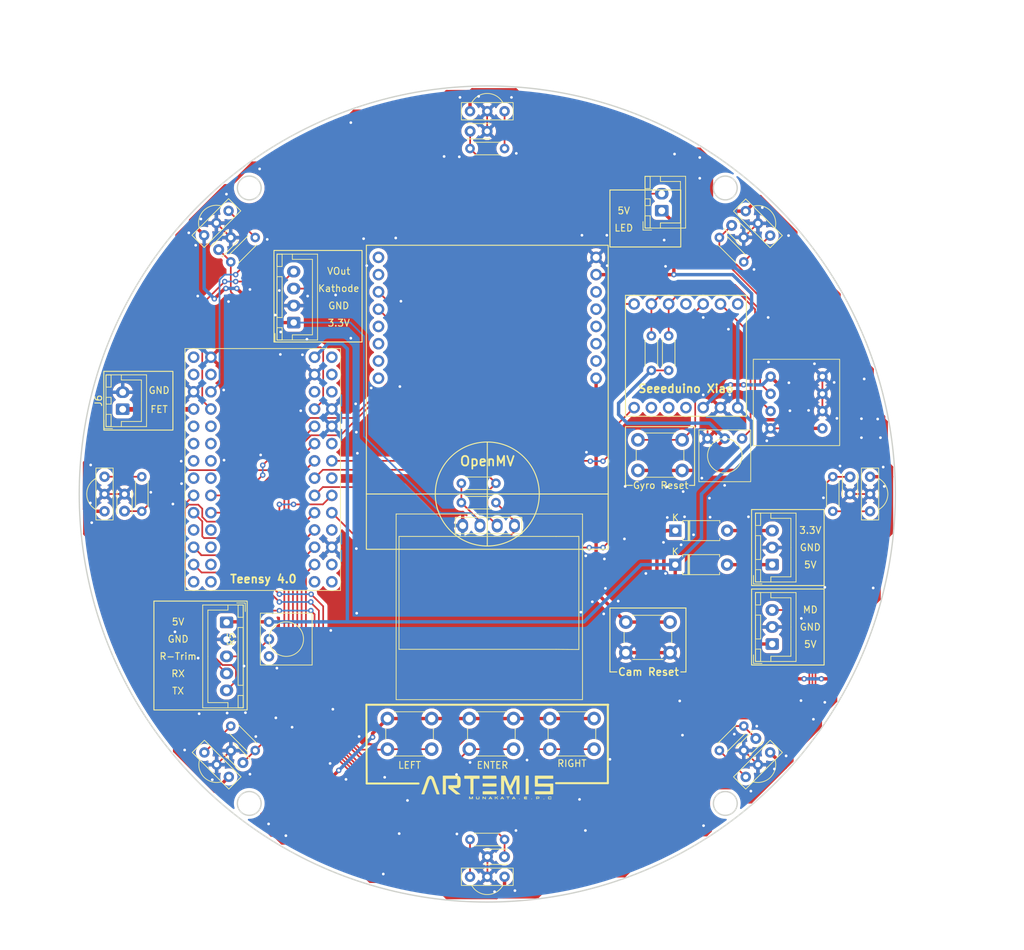
<source format=kicad_pcb>
(kicad_pcb (version 20211014) (generator pcbnew)
  (layers (0 "F.Cu" signal) (31 "B.Cu" signal) (34 "B.Paste" user) (35 "F.Paste" user) (36 "B.SilkS" user "B.Silkscreen") (37 "F.SilkS" user "F.Silkscreen") (38 "B.Mask" user) (39 "F.Mask" user) (44 "Edge.Cuts" user))
  (net 0 "")
  (net 1 "Net-(100k1-Pad1)")
  (net 2 "IR4")
  (net 3 "Net-(100k2-Pad1)")
  (net 4 "IR5")
  (net 5 "Net-(100k3-Pad1)")
  (net 6 "IR6")
  (net 7 "Net-(100k4-Pad1)")
  (net 8 "IR7")
  (net 9 "Net-(100k5-Pad1)")
  (net 10 "IR0")
  (net 11 "Net-(100k6-Pad1)")
  (net 12 "IR1")
  (net 13 "Net-(100k7-Pad1)")
  (net 14 "IR2")
  (net 15 "Net-(100k8-Pad1)")
  (net 16 "IR3")
  (net 17 "SDA")
  (net 18 "SCL")
  (net 19 "GND")
  (net 20 "+3.3V")
  (net 21 "+5V")
  (net 22 "Motor_Driver")
  (net 23 "Touch_LED")
  (net 24 "Touch_Sensor")
  (net 25 "Net-(J4-Pad3)")
  (net 26 "LineSensor_RX")
  (net 27 "LineSensor_TX")
  (net 28 "Gyro_SCL")
  (net 29 "Gyro_Analog1")
  (net 30 "PUSH_RUN")
  (net 31 "PUSH_LEFT")
  (net 32 "PUSH_RIGHT")
  (net 33 "Net-(SW4-Pad1)")
  (net 34 "Gyro_Analog2")
  (net 40 "Cam_RX")
  (net 41 "Cam_TX")
  (net 52 "Net-(D1-Pad2)")
  (net 53 "Net-(D2-Pad2)")
  (net 56 "Gyro_RX")
  (net 57 "Gyro_TX")
  (net 82 "Seeeduino_3V3")
  (net 83 "Gyro_SDA")
  (net 84 "Kicker_FET")
  (footprint "Button_Switch_THT:SW_PUSH_6mm_H5mm" (layer "F.Cu") (at 189.536 134.62)
    (fp_text reference "SW3" hide)
    (fp_text value "SW_Push" hide)
  )
  (footprint "TSSP58038:TSSP58038" (layer "F.Cu") (at 231.542185 101.6 90)
    (fp_text reference "U11" hide)
    (fp_text value "TSSP58038")
  )
  (footprint "OpenMV:OpenMV" (layer "F.Cu") (at 180.34 109.601 180)
    (fp_text reference "U2" hide)
    (fp_text value "open_mv")
  )
  (footprint "Resistor_THT:R_Axial_DIN0204_L3.6mm_D1.6mm_P5.08mm_Horizontal" (layer "F.Cu") (at 142.622924 135.724973 -45)
    (fp_text reference "100k2" hide)
    (fp_text value "R")
  )
  (footprint "Resistor_THT:R_Axial_DIN0204_L3.6mm_D1.6mm_P5.08mm_Horizontal" (layer "F.Cu") (at 214.464973 139.317076 45)
    (fp_text reference "100k8" hide)
    (fp_text value "R")
  )
  (footprint "TSSP58038:TSSP58038" (layer "F.Cu") (at 144.134588 137.805412 -45)
    (fp_text reference "U6" hide)
    (fp_text value "TSSP58038" hide)
  )
  (footprint "Connector_JST:JST_XH_B4B-XH-A_1x04_P2.50mm_Vertical" (layer "F.Cu") (at 151.875 76.394 90)
    (fp_text reference "J2" hide)
    (fp_text value "Conn_01x04_Female")
  )
  (footprint "Capacitor_THT:C_Disc_D3.0mm_W2.0mm_P2.50mm" (layer "F.Cu") (at 233.68 101.58 90)
    (fp_text reference "C7" hide)
    (fp_text value "C_Small")
  )
  (footprint "Connector_JST:JST_XH_B2B-XH-A_1x02_P2.50mm_Vertical" (layer "F.Cu") (at 126.729 89.134 90)
    (fp_text reference "J6")
    (fp_text value "Conn_01x02_Female")
  )
  (footprint "Resistor_THT:R_Axial_DIN0204_L3.6mm_D1.6mm_P5.08mm_Horizontal" (layer "F.Cu") (at 231.14 104.14 90)
    (fp_text reference "100k7" hide)
    (fp_text value "R")
  )
  (footprint "Artemis_Logo:Artemis_Logo" (layer "F.Cu") (at 178.984319 144.272)
    (fp_text reference "G***" hide)
    (fp_text value "LOGO" hide)
  )
  (footprint "TSSP58038:TSSP58038" (layer "F.Cu") (at 129.137815 101.6 -90)
    (fp_text reference "U7" hide)
    (fp_text value "TSSP58038" hide)
  )
  (footprint "TSSP58038:TSSP58038" (layer "F.Cu") (at 180.34 152.802185)
    (fp_text reference "U5" hide)
    (fp_text value "TSSP58038" hide)
  )
  (footprint "Resistor_THT:R_Axial_DIN0204_L3.6mm_D1.6mm_P5.08mm_Horizontal" (layer "F.Cu") (at 176.53 102.87)
    (fp_text reference "R2" hide)
    (fp_text value "10k")
  )
  (footprint "Capacitor_THT:C_Disc_D3.0mm_W2.0mm_P2.50mm" (layer "F.Cu") (at 218.057076 139.317076 45)
    (fp_text reference "C8" hide)
    (fp_text value "C_Small")
  )
  (footprint "L3GD20H_Module:L3GD20H_Module_KiCad6.0" (layer "F.Cu") (at 225.806 89.408)
    (fp_text reference "U4" hide)
    (fp_text value "L3GD20H_module")
  )
  (footprint "Resistor_THT:R_Axial_DIN0204_L3.6mm_D1.6mm_P5.08mm_Horizontal" (layer "F.Cu") (at 207.01 78.348 -90)
    (fp_text reference "R3" hide)
    (fp_text value "R")
  )
  (footprint "TSSP58038:TSSP58038" (layer "F.Cu") (at 216.545412 65.394588 135)
    (fp_text reference "U10" hide)
    (fp_text value "TSSP58038")
  )
  (footprint "Connector_JST:JST_XH_B3B-XH-A_1x03_P2.50mm_Vertical" (layer "F.Cu") (at 222.233 123.658 90)
    (fp_text reference "J1" hide)
    (fp_text value "Conn_01x03_Female")
  )
  (footprint "Resistor_THT:R_Axial_DIN0204_L3.6mm_D1.6mm_P5.08mm_Horizontal" (layer "F.Cu") (at 146.215027 63.882924 -135)
    (fp_text reference "100k4" hide)
    (fp_text value "R")
  )
  (footprint "Button_Switch_THT:SW_PUSH_6mm_H5mm" (layer "F.Cu") (at 177.6948 134.62)
    (fp_text reference "SW1" hide)
    (fp_text value "SW_Push" hide)
  )
  (footprint "Capacitor_THT:C_Disc_D3.0mm_W2.0mm_P2.50mm" (layer "F.Cu") (at 142.637066 139.331218 -45)
    (fp_text reference "C2" hide)
    (fp_text value "C_Small")
  )
  (footprint "Resistor_THT:R_Axial_DIN0204_L3.6mm_D1.6mm_P5.08mm_Horizontal" (layer "F.Cu") (at 182.88 50.8 180)
    (fp_text reference "100k5" hide)
    (fp_text value "R")
  )
  (footprint "Resistor_THT:R_Axial_DIN0204_L3.6mm_D1.6mm_P5.08mm_Horizontal" (layer "F.Cu") (at 204.47 78.348 -90)
    (fp_text reference "R4" hide)
    (fp_text value "R")
  )
  (footprint "Connector_JST:JST_XH_B5B-XH-A_1x05_P2.50mm_Vertical" (layer "F.Cu") (at 142.003 120.476 -90)
    (fp_text reference "J4" hide)
    (fp_text value "Conn_01x05_Female")
  )
  (footprint "Button_Switch_THT:SW_PUSH_6mm_H5mm" (layer "F.Cu") (at 165.66 134.62)
    (fp_text reference "SW2" hide)
    (fp_text value "SW_Push" hide)
  )
  (footprint "Teensy_Breakout:Teensy_Brakeout" (layer "F.Cu") (at 147.32 97.536)
    (fp_text reference "U1" hide)
    (fp_text value "Teensy4.0" hide)
  )
  (footprint "Seeeduino_Xiao:seeeduinoXIAO" (layer "F.Cu") (at 209.55 81.28 90)
    (fp_text reference "U3" hide)
    (fp_text value "SeeeduinoXIAO" hide)
  )
  (footprint "Button_Switch_THT:SW_PUSH_6mm_H5mm" (layer "F.Cu") (at 200.712 120.432)
    (fp_text reference "SW4" hide)
    (fp_text value "SW_Push")
  )
  (footprint "TSSP58038:TSSP58038" (layer "F.Cu") (at 144.093961 65.353961 -135)
    (fp_text reference "U8" hide)
    (fp_text value "TSSP58038" hide)
  )
  (footprint "Diode_THT:D_A-405_P7.62mm_Horizontal" (layer "F.Cu") (at 208.0006 106.9848)
    (fp_text reference "D2" hide)
    (fp_text value "D")
  )
  (footprint "Capacitor_THT:C_Disc_D3.0mm_W2.0mm_P2.50mm" (layer "F.Cu") (at 180.32 48.26 180)
    (fp_text reference "C5" hide)
    (fp_text value "C_Small")
  )
  (footprint "Button_Switch_THT:SW_PUSH_6mm_H5mm" (layer "F.Cu") (at 202.49 93.635)
    (fp_text reference "SW5" hide)
    (fp_text value "SW_Push")
  )
  (footprint "Resistor_THT:R_Axial_DIN0204_L3.6mm_D1.6mm_P5.08mm_Horizontal" (layer "F.Cu") (at 129.54 99.06 -90)
    (fp_text reference "100k3" hide)
    (fp_text value "R")
  )
  (footprint "Resistor_THT:R_Axial_DIN0204_L3.6mm_D1.6mm_P5.08mm_Horizontal" (layer "F.Cu") (at 177.8 152.4)
    (fp_text reference "100k1" hide)
    (fp_text value "R")
  )
  (footprint "Connector_JST:JST_XH_B3B-XH-A_1x03_P2.50mm_Vertical" (layer "F.Cu") (at 222.233 111.974 90)
    (fp_text reference "J5" hide)
    (fp_text value "Conn_01x03_Female")
  )
  (footprint "Diode_THT:D_A-405_P7.62mm_Horizontal" (layer "F.Cu") (at 207.9752 111.9886)
    (fp_text reference "D1" hide)
    (fp_text value "D")
  )
  (footprint "Connector_JST:JST_XH_B2B-XH-A_1x02_P2.50mm_Vertical" (layer "F.Cu") (at 205.994 59.944 90)
    (fp_text reference "J3" hide)
    (fp_text value "Conn_01x02_Female")
  )
  (footprint "Capacitor_THT:C_Disc_D3.0mm_W2.0mm_P2.50mm" (layer "F.Cu") (at 218.042934 63.868782 135)
    (fp_text reference "C6" hide)
    (fp_text value "C_Small")
  )
  (footprint "Resistor_THT:R_Axial_DIN0204_L3.6mm_D1.6mm_P5.08mm_Horizontal" (layer "F.Cu") (at 218.057076 67.475027 135)
    (fp_text reference "100k6" hide)
    (fp_text value "R")
  )
  (footprint "Variable_Register:R_Varlable" (layer "F.Cu") (at 143.16 122.936 90)
    (fp_text reference "R5")
    (fp_text value "R_Trim")
  )
  (footprint "Capacitor_THT:C_Disc_D3.0mm_W2.0mm_P2.50mm" (layer "F.Cu") (at 127 101.62 -90)
    (fp_text reference "C3" hide)
    (fp_text value "C_Small")
  )
  (footprint "Capacitor_THT:C_Disc_D3.0mm_W2.0mm_P2.50mm" (layer "F.Cu") (at 180.36 154.94)
    (fp_text reference "C1" hide)
    (fp_text value "C_Small")
  )
  (footprint "Variable_Register:R_Varlable" (layer "F.Cu") (at 215.265 88.36)
    (fp_text reference "RV1" hide)
    (fp_text value "R_Potentiometer_Trim_US")
  )
  (footprint "TSSP58038:TSSP58038" (layer "F.Cu") (at 180.34 50.397815 180)
    (fp_text reference "U9" hide)
    (fp_text value "TSSP58038")
  )
  (footprint "Resistor_THT:R_Axial_DIN0204_L3.6mm_D1.6mm_P5.08mm_Horizontal" (layer "F.Cu") (at 176.53 100.025)
    (fp_text reference "R1" hide)
    (fp_text value "10k")
  )
  (footprint "SSD1306:128x64OLED" (layer "F.Cu") (at 180.34 116.84)
    (fp_text reference "Brd1" hide)
    (fp_text value "SSD1306" hide)
  )
  (footprint "Capacitor_THT:C_Disc_D3.0mm_W2.0mm_P2.50mm" (layer "F.Cu") (at 142.608782 63.897066 -135)
    (fp_text reference "C4" hide)
    (fp_text value "C_Small")
  )
  (footprint "TSSP58038:TSSP58038" (layer "F.Cu") (at 216.545412 137.805412 45)
    (fp_text reference "U12" hide)
    (fp_text value "TSSP58038")
  )
  (gr_circle (center 180.34 101.6) (end 187.96 100.965) (layer "F.SilkS") (width 0.15) (fill none))
  (gr_line (start 200.66 100.33) (end 200.66 91.694) (layer "F.SilkS") (width 0.15))
  (gr_line (start 200.66 100.33) (end 201.168 100.33) (layer "F.SilkS") (width 0.15))
  (gr_line (start 209.55 118.364) (end 209.55 127.762) (layer "F.SilkS") (width 0.15))
  (gr_line (start 162.6108 144.1704) (end 170.2308 144.1704) (layer "F.SilkS") (width 0.3))
  (gr_line (start 209.55 127.762) (end 208.788 127.762) (layer "F.SilkS") (width 0.15))
  (gr_line (start 190.4492 144.1196) (end 198.0692 144.1196) (layer "F.SilkS") (width 0.3))
  (gr_rect (start 123.952 83.566) (end 134.112 92.202) (layer "F.SilkS") (width 0.15) (fill none))
  (gr_rect (start 219.202 115.57) (end 229.87 126.746) (layer "F.SilkS") (width 0.15) (fill none))
  (gr_line (start 198.12 101.6) (end 162.56 101.6) (layer "F.SilkS") (width 0.15))
  (gr_line (start 198.0692 144.1196) (end 198.0692 132.588) (layer "F.SilkS") (width 0.3))
  (gr_line (start 162.56 132.588) (end 162.6108 144.1704) (layer "F.SilkS") (width 0.3))
  (gr_rect (start 208.788 65.278) (end 198.374 56.896) (layer "F.SilkS") (width 0.15) (fill none))
  (gr_rect (start 162.56 65.024) (end 198.12 109.728) (layer "F.SilkS") (width 0.15) (fill none))
  (gr_line (start 201.168 100.33) (end 201.422 100.33) (layer "F.SilkS") (width 0.15))
  (gr_line (start 180.34 93.953588) (end 180.34 109.246412) (layer "F.SilkS") (width 0.15))
  (gr_line (start 200.66 91.694) (end 210.82 91.694) (layer "F.SilkS") (width 0.15))
  (gr_line (start 198.374 127.762) (end 199.39 127.762) (layer "F.SilkS") (width 0.15))
  (gr_rect (start 219.202 103.886) (end 229.87 115.062) (layer "F.SilkS") (width 0.15) (fill none))
  (gr_rect (start 200.66 72.39) (end 218.44 90.17) (layer "F.SilkS") (width 0.15) (fill none))
  (gr_line (start 201.422 100.33) (end 201.676 100.33) (layer "F.SilkS") (width 0.15))
  (gr_line (start 172.693588 101.6) (end 187.986412 101.6) (layer "F.SilkS") (width 0.15))
  (gr_line (start 198.374 118.364) (end 198.374 127.762) (layer "F.SilkS") (width 0.15))
  (gr_rect (start 161.925 79.248) (end 148.971 65.786) (layer "F.SilkS") (width 0.15) (fill none))
  (gr_rect (start 145.034 133.35) (end 131.318 117.348) (layer "F.SilkS") (width 0.15) (fill none))
  (gr_line (start 198.374 118.364) (end 209.55 118.364) (layer "F.SilkS") (width 0.15))
  (gr_line (start 210.82 91.694) (end 210.82 100.33) (layer "F.SilkS") (width 0.15))
  (gr_line (start 198.12 132.588) (end 162.56 132.588) (layer "F.SilkS") (width 0.3))
  (gr_line (start 210.82 100.33) (end 210.058 100.33) (layer "F.SilkS") (width 0.15))
  (gr_circle (center 145.34 147.1) (end 147.09 147.1) (layer "Edge.Cuts") (width 0.2) (fill none))
  (gr_circle (center 145.34 56.6) (end 147.09 56.6) (layer "Edge.Cuts") (width 0.2) (fill none))
  (gr_circle (center 180.34 101.6) (end 240.34 101.6) (layer "Edge.Cuts") (width 0.2) (fill none))
  (gr_circle (center 215.34 147.1) (end 217.09 147.1) (layer "Edge.Cuts") (width 0.2) (fill none))
  (gr_circle (center 215.34 56.6) (end 217.09 56.6) (layer "Edge.Cuts") (width 0.2) (fill none))
  (gr_text "GND" (at 132.08 86.36) (layer "F.SilkS") (effects (font (size 1 1))))
  (gr_text "R-Trim" (at 134.874 125.476) (layer "F.SilkS") (effects (font (size 1 1))))
  (gr_text "GND" (at 227.838 121.158) (layer "F.SilkS") (effects (font (size 1 1))))
  (gr_text "FET" (at 132.08 89.154) (layer "F.SilkS") (effects (font (size 1 1))))
  (gr_text "5V" (at 227.838 123.698) (layer "F.SilkS") (effects (font (size 1 1))))
  (gr_text "Gyro Reset" (at 205.8416 100.33) (layer "F.SilkS") (effects (font (size 1 1))))
  (gr_text "5V" (at 227.838 112.014) (layer "F.SilkS") (effects (font (size 1 1))))
  (gr_text "LED" (at 200.406 62.484) (layer "F.SilkS") (effects (font (size 1 1))))
  (gr_text "VOut" (at 158.496 68.834) (layer "F.SilkS") (effects (font (size 1 1))))
  (gr_text "RX" (at 134.874 128.016) (layer "F.SilkS") (effects (font (size 1 1))))
  (gr_text "ENTER" (at 181.102 141.478) (layer "F.SilkS") (effects (font (size 1 1))))
  (gr_text "TX" (at 134.874 130.556) (layer "F.SilkS") (effects (font (size 1 1))))
  (gr_text "Cam Reset" (at 204.0382 127.762) (layer "F.SilkS") (effects (font (size 1.1 1.1) (thickness 0.2))))
  (gr_text "5V" (at 134.874 120.396) (layer "F.SilkS") (effects (font (size 1 1))))
  (gr_text "GND" (at 158.496 73.914) (layer "F.SilkS") (effects (font (size 1 1))))
  (gr_text "LEFT" (at 168.91 141.478) (layer "F.SilkS") (effects (font (size 1 1))))
  (gr_text "RIGHT" (at 192.786 141.224) (layer "F.SilkS") (effects (font (size 1 1))))
  (gr_text "5V" (at 200.406 59.944) (layer "F.SilkS") (effects (font (size 1 1))))
  (gr_text "Kathode" (at 158.496 71.374) (layer "F.SilkS") (effects (font (size 1 1))))
  (gr_text "GND" (at 227.838 109.474) (layer "F.SilkS") (effects (font (size 1 1))))
  (gr_text "3.3V" (at 158.496 76.454) (layer "F.SilkS") (effects (font (size 1 1))))
  (gr_text "Seeeduino Xiao" (at 209.55 86.106) (layer "F.SilkS") (effects (font (size 1.2 1.2) (thickness 0.25))))
  (gr_text "MD" (at 227.838 118.618) (layer "F.SilkS") (effects (font (size 1 1))))
  (gr_text "OpenMV" (at 180.34 96.774) (layer "F.SilkS") (effects (font (size 1.4 1.4) (thickness 0.25))))
  (gr_text "Teensy 4.0" (at 147.4216 114.0968) (layer "F.SilkS") (effects (font (size 1.2 1.2) (thickness 0.25))))
  (gr_text "GND" (at 134.874 122.936) (layer "F.SilkS") (effects (font (size 1 1))))
  (gr_text "3.3V" (at 227.838 106.934) (layer "F.SilkS") (effects (font (size 1 1))))
  (segment (start 177.8 157.882185) (end 177.8 152.4) (width 0.25) (layer "F.Cu") (net 1))
  (segment (start 151.13 100.536) (end 154.94 96.726) (width 0.25) (layer "F.Cu") (net 2))
  (segment (start 182.88 152.4) (end 180.975 150.495) (width 0.25) (layer "F.Cu") (net 2))
  (segment (start 151.13 133.35) (end 151.13 100.536) (width 0.25) (layer "F.Cu") (net 2))
  (segment (start 168.275 150.495) (end 151.13 133.35) (width 0.25) (layer "F.Cu") (net 2))
  (segment (start 182.88 152.4) (end 182.88 154.92) (width 0.25) (layer "F.Cu") (net 2))
  (segment (start 180.975 150.495) (end 168.275 150.495) (width 0.25) (layer "F.Cu") (net 2))
  (segment (start 182.88 154.92) (end 182.86 154.94) (width 0.25) (layer "F.Cu") (net 2))
  (segment (start 138.746434 139.601463) (end 142.622924 135.724973) (width 0.25) (layer "F.Cu") (net 3))
  (segment (start 150.495 135.037101) (end 150.495 98.631) (width 0.25) (layer "F.Cu") (net 4))
  (segment (start 144.404833 141.098985) (end 146.186743 139.317075) (width 0.25) (layer "F.Cu") (net 4))
  (segment (start 146.186743 139.317075) (end 146.215026 139.317075) (width 0.25) (layer "F.Cu") (net 4))
  (segment (start 146.215026 139.317075) (end 150.495 135.037101) (width 0.25) (layer "F.Cu") (net 4))
  (segment (start 150.495 98.631) (end 154.94 94.186) (width 0.25) (layer "F.Cu") (net 4))
  (segment (start 124.057815 99.06) (end 129.54 99.06) (width 0.25) (layer "F.Cu") (net 5))
  (segment (start 127 104.12) (end 129.52 104.12) (width 0.25) (layer "F.Cu") (net 6))
  (segment (start 148.495 98.091) (end 154.94 91.646) (width 0.25) (layer "F.Cu") (net 6))
  (segment (start 129.54 104.14) (end 135.589 98.091) (width 0.25) (layer "F.Cu") (net 6))
  (segment (start 135.589 98.091) (end 148.495 98.091) (width 0.25) (layer "F.Cu") (net 6))
  (segment (start 129.52 104.12) (end 129.54 104.14) (width 0.25) (layer "F.Cu") (net 6))
  (segment (start 142.29791 59.965807) (end 146.215027 63.882924) (width 0.25) (layer "F.Cu") (net 7))
  (segment (start 142.622925 67.446743) (end 142.622925 67.475026) (width 0.25) (layer "F.Cu") (net 8))
  (segment (start 142.622925 67.475026) (end 142.622925 71.883925) (width 0.25) (layer "F.Cu") (net 8))
  (segment (start 156.21 80.391) (end 156.21 87.836) (width 0.25) (layer "F.Cu") (net 8))
  (segment (start 155.829 80.01) (end 156.21 80.391) (width 0.25) (layer "F.Cu") (net 8))
  (segment (start 150.749 80.01) (end 155.829 80.01) (width 0.25) (layer "F.Cu") (net 8))
  (segment (start 142.622925 71.883925) (end 150.749 80.01) (width 0.25) (layer "F.Cu") (net 8))
  (segment (start 156.21 87.836) (end 154.94 89.106) (width 0.25) (layer "F.Cu") (net 8))
  (segment (start 140.841015 65.664833) (end 142.622925 67.446743) (width 0.25) (layer "F.Cu") (net 8))
  (segment (start 182.88 45.317815) (end 182.88 50.8) (width 0.25) (layer "F.Cu") (net 9))
  (segment (start 233.68 85.183916) (end 233.68 93.472) (width 0.25) (layer "F.Cu") (net 10))
  (segment (start 208.910812 133.35) (end 194.305812 147.955) (width 0.25) (layer "F.Cu") (net 10))
  (segment (start 227.7 99.452) (end 227.7 132.342208) (width 0.25) (layer "F.Cu") (net 10))
  (segment (start 194.305812 147.955) (end 168.280584 147.955) (width 0.25) (layer "F.Cu") (net 10))
  (segment (start 177.82 50.78) (end 177.8 50.8) (width 0.25) (layer "F.Cu") (net 10))
  (segment (start 226.692208 133.35) (end 208.910812 133.35) (width 0.25) (layer "F.Cu") (net 10))
  (segment (start 233.68 93.472) (end 227.7 99.452) (width 0.25) (layer "F.Cu") (net 10))
  (segment (start 153.672792 133.347208) (end 153.672792 113.233208) (width 0.25) (layer "F.Cu") (net 10))
  (segment (start 177.82 48.26) (end 177.82 50.78) (width 0.25) (layer "F.Cu") (net 10))
  (segment (start 207.391 52.705) (end 212.725 58.039) (width 0.25) (layer "F.Cu") (net 10))
  (segment (start 212.725 64.228916) (end 233.68 85.183916) (width 0.25) (layer "F.Cu") (net 10))
  (segment (start 212.725 58.039) (end 212.725 64.228916) (width 0.25) (layer "F.Cu") (net 10))
  (segment (start 168.280584 147.955) (end 153.672792 133.347208) (width 0.25) (layer "F.Cu") (net 10))
  (segment (start 177.8 50.8) (end 179.705 52.705) (width 0.25) (layer "F.Cu") (net 10))
  (segment (start 153.672792 113.233208) (end 154.94 111.966) (width 0.25) (layer "F.Cu") (net 10))
  (segment (start 227.7 132.342208) (end 226.692208 133.35) (width 0.25) (layer "F.Cu") (net 10))
  (segment (start 179.705 52.705) (end 207.391 52.705) (width 0.25) (layer "F.Cu") (net 10))
  (segment (start 218.057076 67.475027) (end 221.933566 63.598537) (width 0.25) (layer "F.Cu") (net 11))
  (segment (start 214.464974 65.332494) (end 234.188 85.05552) (width 0.25) (layer "F.Cu") (net 12))
  (segment (start 234.188 93.726) (end 228.15 99.764) (width 0.25) (layer "F.Cu") (net 12))
  (segment (start 194.307208 148.59) (end 168.279188 148.59) (width 0.25) (layer "F.Cu") (net 12))
  (segment (start 216.275167 62.101015) (end 214.493257 63.882925) (width 0.25) (layer "F.Cu") (net 12))
  (segment (start 168.279188 148.59) (end 153.035 133.345812) (width 0.25) (layer "F.Cu") (net 12))
  (segment (start 228.15 99.764) (end 228.15 132.528604) (width 0.25) (layer "F.Cu") (net 12))
  (segment (start 153.035 133.345812) (end 153.035 111.331) (width 0.25) (layer "F.Cu") (net 12))
  (segment (start 234.188 85.05552) (end 234.188 93.726) (width 0.25) (layer "F.Cu") (net 12))
  (segment (start 214.493257 63.882925) (end 214.464974 63.882925) (width 0.25) (layer "F.Cu") (net 12))
  (segment (start 226.693604 133.985) (end 208.912208 133.985) (width 0.25) (layer "F.Cu") (net 12))
  (segment (start 214.464974 63.882925) (end 214.464974 65.332494) (width 0.25) (layer "F.Cu") (net 12))
  (segment (start 153.035 111.331) (end 154.94 109.426) (width 0.25) (layer "F.Cu") (net 12))
  (segment (start 228.15 132.528604) (end 226.693604 133.985) (width 0.25) (layer "F.Cu") (net 12))
  (segment (start 208.912208 133.985) (end 194.307208 148.59) (width 0.25) (layer "F.Cu") (net 12))
  (segment (start 231.14 104.14) (end 236.622185 104.14) (width 0.25) (layer "F.Cu") (net 13))
  (segment (start 168.277792 149.225) (end 152.4 133.347208) (width 0.25) (layer "F.Cu") (net 14))
  (segment (start 231.14 99.06) (end 228.6 101.6) (width 0.25) (layer "F.Cu") (net 14))
  (segment (start 228.6 101.6) (end 228.6 132.715) (width 0.25) (layer "F.Cu") (net 14))
  (segment (start 152.4 109.426) (end 154.94 106.886) (width 0.25) (layer "F.Cu") (net 14))
  (segment (start 231.16 99.08) (end 231.14 99.06) (width 0.25) (layer "F.Cu") (net 14))
  (segment (start 226.695 134.62) (end 208.913604 134.62) (width 0.25) (layer "F.Cu") (net 14))
  (segment (start 194.308604 149.225) (end 168.277792 149.225) (width 0.25) (layer "F.Cu") (net 14))
  (segment (start 228.6 132.715) (end 226.695 134.62) (width 0.25) (layer "F.Cu") (net 14))
  (segment (start 208.913604 134.62) (end 194.308604 149.225) (width 0.25) (layer "F.Cu") (net 14))
  (segment (start 233.68 99.08) (end 231.16 99.08) (width 0.25) (layer "F.Cu") (net 14))
  (segment (start 152.4 133.347208) (end 152.4 109.426) (width 0.25) (layer "F.Cu") (net 14))
  (segment (start 214.464973 139.317076) (end 218.341463 143.193566) (width 0.25) (layer "F.Cu") (net 15))
  (segment (start 194.31 149.86) (end 168.276396 149.86) (width 0.25) (layer "F.Cu") (net 16))
  (segment (start 218.057075 135.781541) (end 218.057075 135.724974) (width 0.25) (layer "F.Cu") (net 16))
  (segment (start 219.824843 137.549309) (end 218.057075 135.781541) (width 0.25) (layer "F.Cu") (net 16))
  (segment (start 168.276396 149.86) (end 151.765 133.348604) (width 0.25) (layer "F.Cu") (net 16))
  (segment (start 151.765 107.521) (end 154.94 104.346) (width 0.25) (layer "F.Cu") (net 16))
  (segment (start 208.445026 135.724974) (end 194.31 149.86) (width 0.25) (layer "F.Cu") (net 16))
  (segment (start 151.765 133.348604) (end 151.765 107.521) (width 0.25) (layer "F.Cu") (net 16))
  (segment (start 218.057075 135.724974) (end 208.445026 135.724974) (width 0.25) (layer "F.Cu") (net 16))
  (segment (start 167.894 100.584) (end 156.162 100.584) (width 0.25) (layer "F.Cu") (net 17))
  (segment (start 184.34 106.24) (end 184.34 107.125) (width 0.25) (layer "F.Cu") (net 17))
  (segment (start 184.34 107.125) (end 183.515 107.95) (width 0.25) (layer "F.Cu") (net 17))
  (segment (start 184.34 105.6) (end 184.34 106.24) (width 0.25) (layer "F.Cu") (net 17))
  (segment (start 156.162 100.584) (end 154.94 101.806) (width 0.25) (layer "F.Cu") (net 17))
  (segment (start 175.26 107.95) (end 167.894 100.584) (width 0.25) (layer "F.Cu") (net 17))
  (segment (start 183.515 107.95) (end 175.26 107.95) (width 0.25) (layer "F.Cu") (net 17))
  (segment (start 181.61 102.87) (end 184.34 105.6) (width 0.25) (layer "F.Cu") (net 17))
  (segment (start 180.34 104.78) (end 181.8 106.24) (width 0.25) (layer "F.Cu") (net 18))
  (segment (start 180.34 101.295) (end 180.34 104.78) (width 0.25) (layer "F.Cu") (net 18))
  (segment (start 179.629 98.044) (end 156.162 98.044) (width 0.25) (layer "F.Cu") (net 18))
  (segment (start 181.61 100.025) (end 179.629 98.044) (width 0.25) (layer "F.Cu") (net 18))
  (segment (start 156.162 98.044) (end 154.94 99.266) (width 0.25) (layer "F.Cu") (net 18))
  (segment (start 181.61 100.025) (end 180.34 101.295) (width 0.25) (layer "F.Cu") (net 18))
  (segment (start 229.616 89.408) (end 231.14 90.932) (width 0.25) (layer "F.Cu") (net 19))
  (segment (start 220.137514 141.397514) (end 218.057076 139.317076) (width 0.25) (layer "F.Cu") (net 19))
  (segment (start 236.622185 101.6) (end 233.7 101.6) (width 0.25) (layer "F.Cu") (net 19))
  (segment (start 180.36 157.862185) (end 180.34 157.882185) (width 0.25) (layer "F.Cu") (net 19))
  (segment (start 212.725 93.44) (end 212.725 90.805) (width 0.25) (layer "F.Cu") (net 19))
  (segment (start 229.616 84.328) (end 229.616 89.408) (width 0.25) (layer "F.Cu") (net 19))
  (segment (start 140.501859 61.761859) (end 142.608782 63.868782) (width 0.25) (layer "F.Cu") (net 19))
  (segment (start 231.14 90.932) (end 231.14 93.218) (width 0.25) (layer "F.Cu") (net 19))
  (segment (start 231.14 93.218) (end 230.632 93.726) (width 0.25) (layer "F.Cu") (net 19))
  (segment (start 142.608782 63.868782) (end 142.608782 63.897066) (width 0.25) (layer "F.Cu") (net 19))
  (segment (start 226.822 91.948) (end 221.996 91.948) (width 0.25) (layer "F.Cu") (net 19))
  (segment (start 180.32 45.337815) (end 180.34 45.317815) (width 0.25) (layer "F.Cu") (net 19))
  (segment (start 220.10923 61.802486) (end 220.137514 61.802486) (width 0.25) (layer "F.Cu") (net 19))
  (segment (start 124.057815 101.6) (end 126.98 101.6) (width 0.25) (layer "F.Cu") (net 19))
  (segment (start 218.042934 63.868782) (end 220.10923 61.802486) (width 0.25) (layer "F.Cu") (net 19))
  (segment (start 233.7 101.6) (end 233.68 101.58) (width 0.25) (layer "F.Cu") (net 19))
  (segment (start 126.98 101.6) (end 127 101.62) (width 0.25) (layer "F.Cu") (net 19))
  (segment (start 228.6 93.726) (end 226.822 91.948) (width 0.25) (layer "F.Cu") (net 19))
  (segment (start 200.712 124.932) (end 207.212 124.932) (width 0.5) (layer "F.Cu") (net 19))
  (segment (start 142.608782 139.331218) (end 142.637066 139.331218) (width 0.25) (layer "F.Cu") (net 19))
  (segment (start 180.36 154.94) (end 180.36 157.862185) (width 0.25) (layer "F.Cu") (net 19))
  (segment (start 230.632 93.726) (end 228.6 93.726) (width 0.25) (layer "F.Cu") (net 19))
  (segment (start 180.32 48.26) (end 180.32 45.337815) (width 0.25) (layer "F.Cu") (net 19))
  (segment (start 212.725 90.805) (end 214.63 88.9) (width 0.25) (layer "F.Cu") (net 19))
  (segment (start 140.542486 141.397514) (end 142.608782 139.331218) (width 0.25) (layer "F.Cu") (net 19))
  (via (at 197.4596 119.2276) (size 0.8) (drill 0.4) (layers "F.Cu" "B.Cu") (net 19))
  (via (at 161.2392 95.6056) (size 0.8) (drill 0.4) (layers "F.Cu" "B.Cu") (net 19))
  (via (at 206.756 100.5332) (size 0.8) (drill 0.4) (layers "F.Cu" "B.Cu") (net 19))
  (via (at 200.5076 108.204) (size 0.8) (drill 0.4) (layers "F.Cu" "B.Cu") (net 19))
  (via (at 209.3468 104.9528) (size 0.8) (drill 0.4) (layers "F.Cu" "B.Cu") (net 19))
  (via (at 181.4068 160.0708) (size 0.8) (drill 0.4) (layers "F.Cu" "B.Cu") (net 19))
  (via (at 206.248 108.712) (size 0.8) (drill 0.4) (layers "F.Cu" "B.Cu") (net 19))
  (via (at 229.9716 115.316) (size 0.8) (drill 0.4) (layers "F.Cu" "B.Cu") (net 19))
  (via (at 160.274 78.6892) (size 0.8) (drill 0.4) (layers "F.Cu" "B.Cu") (net 19))
  (via (at 161.1376 119.126) (size 0.8) (drill 0.4) (layers "F.Cu" "B.Cu") (net 19))
  (via (at 136.4488 63.1952) (size 0.8) (drill 0.4) (layers "F.Cu" "B.Cu") (net 19))
  (via (at 218.7448 104.9528) (size 0.8) (drill 0.4) (layers "F.Cu" "B.Cu") (net 19))
  (via (at 122.174 105.8164) (size 0.8) (drill 0.4) (layers "F.Cu" "B.Cu") (net 19))
  (via (at 212.09 75.6412) (size 0.8) (drill 0.4) (layers "F.Cu" "B.Cu") (net 19))
  (via (at 142.2908 73.3044) (size 0.8) (drill 0.4) (layers "F.Cu" "B.Cu") (net 19))
  (via (at 176.3268 43.2816) (size 0.8) (drill 0.4) (layers "F.Cu" "B.Cu") (net 19))
  (via (at 237.0836 115.4176) (size 0.8) (drill 0.4) (layers "F.Cu" "B.Cu") (net 19))
  (via (at 149.1488 75.2856) (size 0.8) (drill 0.4) (layers "F.Cu" "B.Cu") (net 19))
  (via (at 206.5528 113.284) (size 0.8) (drill 0.4) (layers "F.Cu" "B.Cu") (net 19))
  (via (at 216.662 136.906) (size 0.8) (drill 0.4) (layers "F.Cu" "B.Cu") (net 19))
  (via (at 210.6676 107.5944) (size 0.8) (drill 0.4) (layers "F.Cu" "B.Cu") (net 19))
  (via (at 179.07 43.1292) (size 0.8) (drill 0.4) (layers "F.Cu" "B.Cu") (net 19))
  (via (at 207.8736 51.6128) (size 0.8) (drill 0.4) (layers "F.Cu" "B.Cu") (net 19))
  (via (at 139.9032 143.6116) (size 0.8) (drill 0.4) (layers "F.Cu" "B.Cu") (net 19))
  (via (at 157.3276 121.666) (size 0.8) (drill 0.4) (layers "F.Cu" "B.Cu") (net 19))
  (via (at 145.4404 142.7988) (size 0.8) (drill 0.4) (layers "F.Cu" "B.Cu") (net 19))
  (via (at 162.6108 68.0212) (size 0.8) (drill 0.4) (layers "F.Cu" "B.Cu") (net 19))
  (via (at 165.0492 157.48) (size 0.8) (drill 0.4) (layers "F.Cu" "B.Cu") (net 19))
  (via (at 222.5548 142.0368) (size 0.8) (drill 0.4) (layers "F.Cu" "B.Cu") (net 19))
  (via (at 158.0388 72.3392) (size 0.8) (drill 0.4) (layers "F.Cu" "B.Cu") (net 19))
  (via (at 144.5768 126.8984) (size 0.8) (drill 0.4) (layers "F.Cu" "B.Cu") (net 19))
  (via (at 122.0216 97.3328) (size 0.8) (drill 0.4) (layers "F.Cu" "B.Cu") (net 19))
  (via (at 165.2524 143.256) (size 0.8) (drill 0.4) (layers "F.Cu" "B.Cu") (net 19))
  (via (at 232.2068 97.4852) (size 0.8) (drill 0.4) (layers "F.Cu" "B.Cu") (net 19))
  (via (at 226.4664 131.9784) (size 0.8) (drill 0.4) (layers "F.Cu" "B.Cu") (net 19))
  (via (at 153.924 72.4916) (size 0.8) (drill 0.4) (layers "F.Cu" "B.Cu") (net 19))
  (via (at 193.9036 146.5072) (size 0.8) (drill 0.4) (layers "F.Cu" "B.Cu") (net 19))
  (via (at 137.8204 125.73) (size 0.8) (drill 0.4) (layers "F.Cu" "B.Cu") (net 19))
  (via (at 148.1836 150.114) (size 0.8) (drill 0.4) (layers "F.Cu" "B.Cu") (net 19))
  (via (at 216.0016 87.0204) (size 0.8) (drill 0.4) (layers "F.Cu" "B.Cu") (net 19))
  (via (at 235.3564 90.5256) (size 0.8) (drill 0.4) (layers "F.Cu" "B.Cu") (net 19))
  (via (at 238.7092 100.4824) (size 0.8) (drill 0.4) (layers "F.Cu" "B.Cu") (net 19))
  (via (at 231.3432 85.1916) (size 0.8) (drill 0.4) (layers "F.Cu" "B.Cu") (net 19))
  (via (at 157.226 141.224) (size 0.8) (drill 0.4) (layers "F.Cu" "B.Cu") (net 19))
  (via (at 199.5932 117.348) (size 0.8) (drill 0.4) (layers "F.Cu" "B.Cu") (net 19))
  (via (at 206.8068 105.0544) (size 0.8) (drill 0.4) (layers "F.Cu" "B.Cu") (net 19))
  (via (at 195.7832 117.4496) (size 0.8) (drill 0.4) (layers "F.Cu" "B.Cu") (net 19))
  (via (at 224.8408 89.3572) (size 0.8) (drill 0.4) (layers "F.Cu" "B.Cu") (net 19))
  (via (at 149.4028 127.2032) (size 0.8) (drill 0.4) (layers "F.Cu" "B.Cu") (net 19))
  (via (at 162.1536 64.0588) (size 0.8) (drill 0.4) (layers "F.Cu" "B.Cu") (net 19))
  (via (at 157.6324 133.2484) (size 0.8) (drill 0.4) (layers "F.Cu" "B.Cu") (net 19))
  (via (at 167.64 73.2536) (size 0.8) (drill 0.4) (layers "F.Cu" "B.Cu") (net 19))
  (via (at 147.9804 64.1604) (size 0.8) (drill 0.4) (layers "F.Cu" "B.Cu") (net 19))
  (via (at 149.9616 77.7748) (size 0.8) (drill 0.4) (layers "F.Cu" "B.Cu") (net 19))
  (via (at 135.3312 96.774) (size 0.8) (drill 0.4) (layers "F.Cu" "B.Cu") (net 19))
  (via (at 209.042 137.0584) (size 0.8) (drill 0.4) (layers "F.Cu" "B.Cu") (net 19))
  (via (at 203.6572 113.284) (size 0.8) (drill 0.4) (layers "F.Cu" "B.Cu") (net 19))
  (via (at 206.3496 64.262) (size 0.8) (drill 0.4) (layers "F.Cu" "B.Cu") (net 19))
  (via (at 134.112 103.0732) (size 0.8) (drill 0.4) (layers "F.Cu" "B.Cu") (net 19))
  (via (at 146.304 137.2616) (size 0.8) (drill 0.4) (layers "F.Cu" "B.Cu") (net 19))
  (via (at 166.878 63.9572) (size 0.8) (drill 0.4) (layers "F.Cu" "B.Cu") (net 19))
  (via (at 161.0868 92.5068) (size 0.8) (drill 0.4) (layers "F.Cu" "B.Cu") (net 19))
  (via (at 167.4876 85.8012) (size 0.8) (drill 0.4) (layers "F.Cu" "B.Cu") (net 19))
  (via (at 224.6376 63.6016) (size 0.8) (drill 0.4) (layers "F.Cu" "B.Cu") (net 19))
  (via (at 197.9168 63.5508) (size 0.8) (drill 0.4) (layers "F.Cu" "B.Cu") (net 19))
  (via (at 197.7136 115.4684) (size 0.8) (drill 0.4) (layers "F.Cu" "B.Cu") (net 19))
  (via (at 238.5568 97.6376) (size 0.8) (drill 0.4) (layers "F.Cu" "B.Cu") (net 19))
  (via (at 130.8608 101.346) (size 0.8) (drill 0.4) (layers "F.Cu" "B.Cu") (net 19))
  (via (at 200.6092 100.4824) (size 0.8) (drill 0.4) (layers "F.Cu" "B.Cu") (net 19))
  (via (at 215.2396 100.33) (size 0.8) (drill 0.4) (layers "F.Cu" "B.Cu") (net 19))
  (via (at 135.382 100.076) (size 0.8) (drill 0.4) (layers "F.Cu" "B.Cu") (net 19))
  (via (at 184.6072 51.5112) (size 0.8) (drill 0.4) (layers "F.Cu" "B.Cu") (net 19))
  (via (at 228.2952 134.7216) (size 0.8) (drill 0.4) (layers "F.Cu" "B.Cu") (net 19))
  (via (at 208.8388 109.0676) (size 0.8) (drill 0.4) (layers "F.Cu" "B.Cu") (net 19))
  (via (at 176.2252 52.0192) (size 0.8) (drill 0.4) (layers "F.Cu" "B.Cu") (net 19))
  (via (at 167.386 151.5364) (size 0.8) (drill 0.4) (layers "F.Cu" "B.Cu") (net 19))
  (via (at 160.9852 88.3412) (size 0.8) (drill 0.4) (layers "F.Cu" "B.Cu") (net 19))
  (via (at 221.6404 75.6412) (size 0.8) (drill 0.4) (layers "F.Cu" "B.Cu") (net 19))
  (via (at 159.5628 143.5608) (size 0.8) (drill 0.4) (layers "F.Cu" "B.Cu") (net 19))
  (via (at 137.7696 72.4916) (size 0.8) (drill 0.4) (layers "F.Cu" "B.Cu") (net 19))
  (via (at 151.638 135.89) (size 0.8) (drill 0.4) (layers "F.Cu" "B.Cu") (net 19))
  (via (at 145.4404 71.5264) (size 0.8) (drill 0.4) (layers "F.Cu" "B.Cu") (net 19))
  (via (at 215.7984 77.3684) (size 0.8) (drill 0.4) (layers "F.Cu" "B.Cu") (net 19))
  (via (at 138.2268 61.1632) (size 0.8) (drill 0.4) (layers "F.Cu" "B.Cu") (net 19))
  (via (at 175.8696 151.5872) (size 0.8) (drill 0.4) (layers "F.Cu" "B.Cu") (net 19))
  (via (at 161.4932 137.2616) (size 0.8) (drill 0.4) (layers "F.Cu" "B.Cu") (net 19))
  (via (at 137.4648 65.024) (size 0.8) (drill 0.4) (layers "F.Cu" "B.Cu") (net 19))
  (via (at 213.0044 102.2096) (size 0.8) (drill 0.4) (layers "F.Cu" "B.Cu") (net 19))
  (via (at 221.6912 82.1944) (size 0.8) (drill 0.4) (layers "F.Cu" "B.Cu") (net 19))
  (via (at 224.282 140.1064) (size 0.8) (drill 0.4) (layers "F.Cu" "B.Cu") (net 19))
  (via (at 197.5612 111.1504) (size 0.8) (drill 0.4) (layers "F.Cu" "B.Cu") (net 19))
  (via (at 163.2712 86.0044) (size 0.8) (drill 0.4) (layers "F.Cu" "B.Cu") (net 19))
  (via (at 229.7684 102.1588) (size 0.8) (drill 0.4) (layers "F.Cu" "B.Cu") (net 19))
  (via (at 142.0876 133.8072) (size 0.8) (drill 0.4) (layers "F.Cu" "B.Cu") (net 19))
  (via (at 175.8188 142.8496) (size 0.8) (drill 0.4) (layers "F.Cu" "B.Cu") (net 19))
  (via (at 198.374 140.6144) (size 0.8) (drill 0.4) (layers "F.Cu" "B.Cu") (net 19))
  (via (at 208.6356 132.0292) (size 0.8) (drill 0.4) (layers "F.Cu" "B.Cu") (net 19))
  (via (at 134.4168 121.8692) (size 0.8) (drill 0.4) (layers "F.Cu" "B.Cu") (net 19))
  (via (at 149.9108 81.0768) (size 0.8) (drill 0.4) (layers "F.Cu" "B.Cu") (net 19))
  (via (at 194.9196 95.4532) (size 0.8) (drill 0.4) (layers "F.Cu" "B.Cu") (net 19))
  (via (at 209.1436 101.2444) (size 0.8) (drill 0.4) (layers "F.Cu" "B.Cu") (net 19))
  (via (at 229.9716 132.2324) (size 0.8) (drill 0.4) (layers "F.Cu" "B.Cu") (net 19))
  (via (at 235.3564 93.3196) (size 0.8) (drill 0.4) (layers "F.Cu" "B.Cu") (net 19))
  (via (at 197.9676 68.0212) (size 0.8) (drill 0.4) (layers "F.Cu" "B.Cu") (net 19))
  (via (at 184.5564 151.0792) (size 0.8) (drill 0.4) (layers "F.Cu" "B.Cu") (net 19))
  (via (at 186.182 140.716) (size 0.8) (drill 0.4) (layers "F.Cu" "B.Cu") (net 19))
  (via (at 153.8224 78.8416) (size 0.8) (drill 0.4) (layers "F.Cu" "B.Cu") (net 19))
  (via (at 212.1408 150.368) (size 0.8) (drill 0.4) (layers "F.Cu" "B.Cu") (net 19))
  (via (at 228.4476 82.4484) (size 0.8) (drill 0.4) (layers "F.Cu" "B.Cu") (net 19))
  (via (at 149.7584 71.6788) (size 0.8) (drill 0.4) (layers "F.Cu" "B.Cu") (net 19))
  (via (at 194.818 110.6932) (size 0.8) (drill 0.4) (layers "F.Cu" "B.Cu") (net 19))
  (via (at 168.6052 146.6596) (size 0.8) (drill 0.4) (layers "F.Cu" "B.Cu") (net 19))
  (via (at 194.7672 151.0792) (size 0.8) (drill 0.4) (layers "F.Cu" "B.Cu") (net 19))
  (via (at 211.8868 99.2632) (size 0.8) (drill 0.4) (layers "F.Cu" "B.Cu") (net 19))
  (via (at 141.6304 96.6216) (size 0.8) (drill 0.4) (layers "F.Cu" "B.Cu") (net 19))
  (via (at 135.8392 139.2428) (size 0.8) (drill 0.4) (layers "F.Cu" "B.Cu") (net 19))
  (via (at 153.162 81.1276) (size 0.8) (drill 0.4) (layers "F.Cu" "B.Cu") (net 19))
  (via (at 235.7628 84.6836) (size 0.8) (drill 0.4) (layers "F.Cu" "B.Cu") (net 19))
  (via (at 211.582 52.1208) (size 0.8) (drill 0.4) (layers "F.Cu" "B.Cu") (net 19))
  (via (at 161.0868 109.6264) (size 0.8) (drill 0.4) (layers "F.Cu" "B.Cu") (net 19))
  (via (at 206.5528 68.1228) (size 0.8) (drill 0.4) (layers "F.Cu" "B.Cu") (net 19))
  (via (at 220.7768 59.4868) (size 0.8) (drill 0.4) (layers "F.Cu" "B.Cu") (net 19))
  (via (at 213.106 105.0036) (size 0.8) (drill 0.4) (layers "F.Cu" "B.Cu") (net 19))
  (via (at 227.584 89.3064) (size 0.8) (drill 0.4) (layers "F.Cu" "B.Cu") (net 19))
  (via (at 231.7496 90.4748) (size 0.8) (drill 0.4) (layers "F.Cu" "B.Cu") (net 19))
  (via (at 152.908 89.3572) (size 0.8) (drill 0.4) (layers "F.Cu" "B.Cu") (net 19))
  (via (at 184.404 159.9184) (size 0.8) (drill 0.4) (layers "F.Cu" "B.Cu") (net 19))
  (via (at 221.4372 93.7768) (size 0.8) (drill 0.4) (layers "F.Cu" "B.Cu") (net 19))
  (via (at 147.0152 95.8596) (size 0.8) (drill 0.4) (layers "F.Cu" "B.Cu") (net 19))
  (via (at 238.1504 93.3196) (size 0.8) (drill 0.4) (layers "F.Cu" "B.Cu") (net 19))
  (via (at 141.5796 86.3092) (size 0.8) (drill 0.4) (layers "F.Cu" "B.Cu") (net 19))
  (via (at 121.9708 102.9208) (size 0.8) (drill 0.4) (layers "F.Cu" "B.Cu") (net 19))
  (via (at 219.1004 145.288) (size 0.8) (drill 0.4) (layers "F.Cu" "B.Cu") (net 19))
  (via (at 219.5576 68.58) (size 0.8) (drill 0.4) (layers "F.Cu" "B.Cu") (net 19))
  (via (at 237.744 90.5764) (size 0.8) (drill 0.4) (layers "F.Cu" "B.Cu") (net 19))
  (via (at 194.2592 63.5508) (size 0.8) (drill 0.4) (layers "F.Cu" "B.Cu") (net 19))
  (via (at 183.896 43.2816) (size 0.8) (drill 0.4) (layers "F.Cu" "B.Cu") (net 19))
  (via (at 219.964 135.7376) (size 0.8) (drill 0.4) (layers "F.Cu" "B.Cu") (net 19))
  (via (at 224.6884 85.2424) (size 0.8) (drill 0.4) (layers "F.Cu" "B.Cu") (net 19))
  (via (at 177.8 141.0716) (size 0.8) (drill 0.4) (layers "F.Cu" "B.Cu") (net 19))
  (via (at 144.78 133.7564) (size 0.8) (drill 0.4) (layers "F.Cu" "B.Cu") (net 19))
  (via (at 226.5172 119.888) (size 0.8) (drill 0.4) (layers "F.Cu" "B.Cu") (net 19))
  (via (at 194.1068 118.9736) (size 0.8) (drill 0.4) (layers "F.Cu" "B.Cu") (net 19))
  (via (at 160.274 46.99) (size 0.8) (drill 0.4) (layers "F.Cu" "B.Cu") (net 19))
  (via (at 211.582 55.1688) (size 0.8) (drill 0.4) (layers "F.Cu" "B.Cu") (net 19))
  (via (at 149.2504 134.5184) (size 0.8) (drill 0.4) (layers "F.Cu" "B.Cu") (net 19))
  (via (at 137.9728 133.9088) (size 0.8) (drill 0.4) (layers "F.Cu" "B.Cu") (net 19))
  (via (at 212.09 87.0204) (size 0.8) (drill 0.4) (layers "F.Cu" "B.Cu") (net 19))
  (via (at 150.7236 151.8412) (size 0.8) (drill 0.4) (layers "F.Cu" "B.Cu") (net 19))
  (via (at 141.986 57.5056) (size 0.8) (drill 0.4) (layers "F.Cu" "B.Cu") (net 19))
  (via (at 173.99 51.9684) (size 0.8) (drill 0.4) (layers "F.Cu" "B.Cu") (net 19))
  (via (at 146.8628 53.7972) (size 0.8) (drill 0.4) (layers "F.Cu" "B.Cu") (net 19))
  (segment (start 184.5056 42.164) (end 187.0456 44.704) (width 0.5) (layer "F.Cu") (net 20))
  (segment (start 152.0952 52.9844) (end 158.496 46.5836) (width 0.5) (layer "F.Cu") (net 20))
  (segment (start 163.4744 137.3632) (end 163.4744 136.8056) (width 0.5) (layer "F.Cu") (net 20))
  (segment (start 121.412 104.14) (end 121.3104 104.0384) (width 0.5) (layer "F.Cu") (net 20))
  (segment (start 143.517349 145.280651) (end 144.526 144.272) (width 0.5) (layer "F.Cu") (net 20))
  (segment (start 157.48 152.908) (end 150.1648 152.908) (width 0.5) (layer "F.Cu") (net 20))
  (segment (start 231.4956 128.778) (end 231.5464 128.8288) (width 0.5) (layer "F.Cu") (net 20))
  (segment (start 147.1676 150.300082) (end 148.607118 151.7396) (width 0.5) (layer "F.Cu") (net 20))
  (segment (start 213.3 52.636718) (end 213.3 58.868) (width 0.5) (layer "F.Cu") (net 20))
  (segment (start 144.018 71.882) (end 143.51 71.374) (width 0.5) (layer "F.Cu") (net 20))
  (segment (start 128.1176 81.7372) (end 128.1176 73.7108) (width 0.5) (layer "F.Cu") (net 20))
  (segment (start 177.8 42.496) (end 177.7356 42.4316) (width 0.5) (layer "F.Cu") (net 20))
  (segment (start 170.922264 158.5468) (end 163.1188 158.5468) (width 0.5) (layer "F.Cu") (net 20))
  (segment (start 213.106 149.352) (end 213.106 151.13) (width 0.5) (layer "F.Cu") (net 20))
  (segment (start 231.5464 132.0292) (end 229.3112 134.2644) (width 0.5) (layer "F.Cu") (net 20))
  (segment (start 148.082 147.828) (end 147.1676 148.7424) (width 0.5) (layer "F.Cu") (net 20))
  (segment (start 134.7216 63.5508) (end 136.710149 61.562251) (width 0.5) (layer "F.Cu") (net 20))
  (segment (start 229.4636 128.778) (end 231.4956 128.778) (width 0.5) (layer "F.Cu") (net 20))
  (segment (start 121.158 107.442) (end 121.158 104.1908) (width 0.5) (layer "F.Cu") (net 20))
  (segment (start 172.16 134.62) (end 196.036 134.62) (width 0.5) (layer "F.Cu") (net 20))
  (segment (start 214.438434 60.006434) (end 218.341463 60.006434) (width 0.5) (layer "F.Cu") (net 20))
  (segment (start 224.147651 141.815549) (end 221.933566 139.601463) (width 0.5) (layer "F.Cu") (net 20))
  (segment (start 200.5076 157.734) (end 190.8048 157.734) (width 0.5) (layer "F.Cu") (net 20))
  (segment (start 239.0004 91.02) (end 239.0004 96.879118) (width 0.5) (layer "F.Cu") (net 20))
  (segment (start 176.53 102.87) (end 179.26 105.6) (width 0.25) (layer "F.Cu") (net 20))
  (segment (start 220.472 57.8612) (end 220.472 57.875897) (width 0.5) (layer "F.Cu") (net 20))
  (segment (start 173.3804 159.9184) (end 172.293864 159.9184) (width 0.5) (layer "F.Cu") (net 20))
  (segment (start 216.661999 144.830799) (end 216.661999 144.78) (width 0.5) (layer "F.Cu") (net 20))
  (segment (start 206.9592 48.8696) (end 208.9912 50.9016) (width 0.5) (layer "F.Cu") (net 20))
  (segment (start 218.694 146.8628) (end 216.661999 144.830799) (width 0.5) (layer "F.Cu") (net 20))
  (segment (start 141.7828 56.2864) (end 142.494 56.2864) (width 0.5) (layer "F.Cu") (net 20))
  (segment (start 239.776 97.654718) (end 239.776 99.06) (width 0.5) (layer "F.Cu") (net 20))
  (segment (start 140.251451 145.280651) (end 134.366 139.3952) (width 0.5) (layer "F.Cu") (net 20))
  (segment (start 220.472 57.875897) (end 218.341463 60.006434) (width 0.5) (layer "F.Cu") (net 20))
  (segment (start 181.698 160.9344) (end 174.3964 160.9344) (width 0.5) (layer "F.Cu") (net 20))
  (segment (start 182.7276 160.8328) (end 181.7996 160.8328) (width 0.5) (layer "F.Cu") (net 20))
  (segment (start 134.366 133.4008) (end 125.8824 124.9172) (width 0.5) (layer "F.Cu") (net 20))
  (segment (start 125.8824 124.9172) (end 125.8824 122.3772) (width 0.5) (layer "F.Cu") (net 20))
  (segment (start 226.1616 128.778) (end 226.9236 128.778) (width 0.5) (layer "F.Cu") (net 20))
  (segment (start 148.1972 52.9472) (end 148.2344 52.9844) (width 0.5) (layer "F.Cu") (net 20))
  (segment (start 159.478318 46.5836) (end 160.748318 45.3136) (width 0.5) (layer "F.Cu") (net 20))
  (segment (start 158.496 46.5836) (end 159.478318 46.5836) (width 0.5) (layer "F.Cu") (net 20))
  (segment (start 229.3112 135.7884) (end 225.132 139.9676) (width 0.5) (layer "F.Cu") (net 20))
  (segment (start 212.852 149.098) (end 213.106 149.352) (width 0.5) (layer "F.Cu") (net 20))
  (segment (start 141.898425 71.374) (end 141.740598 71.374) (width 0.5) (layer "F.Cu") (net 20))
  (segment (start 206.5528 151.6888) (end 200.5076 157.734) (width 0.5) (layer "F.Cu") (net 20))
  (segment (start 208.9912 50.9016) (end 211.564882 50.9016) (width 0.5) (layer "F.Cu") (net 20))
  (segment (start 190.8048 157.734) (end 187.706 160.8328) (width 0.5) (layer "F.Cu") (net 20))
  (segment (start 181.7996 160.8328) (end 181.698 160.9344) (width 0.5) (layer "F.Cu") (net 20))
  (segment (start 165.66 134.62) (end 172.16 134.62) (width 0.5) (layer "F.Cu") (net 20))
  (segment (start 225.7044 63.108297) (end 225.7044 65.8876) (width 0.5) (layer "F.Cu") (net 20))
  (segment (start 213.3 58.868) (end 214.438434 60.006434) (width 0.5) (layer "F.Cu") (net 20))
  (segment (start 237.9472 117.0432) (end 231.5464 123.444) (width 0.5) (layer "F.Cu") (net 20))
  (segment (start 238.6076 90.6272) (end 239.0004 91.02) (width 0.5) (layer "F.Cu") (net 20))
  (segment (start 216.661999 144.78) (end 214.122 144.78) (width 0.5) (layer "F.Cu") (net 20))
  (segment (start 148.53 76.394) (end 144.018 71.882) (width 0.5) (layer "F.Cu") (net 20))
  (segment (start 134.366 139.3952) (end 134.366 133.4008) (width 0.5) (layer "F.Cu") (net 20))
  (segment (start 142.494 56.2864) (end 145.8332 52.9472) (width 0.5) (layer "F.Cu") (net 20))
  (segment (start 123.0376 95.0976) (end 123.0376 86.8172) (width 0.5) (layer "F.Cu") (net 20))
  (segment (start 150.1648 152.908) (end 148.9964 151.7396) (width 0.5) (layer "F.Cu") (net 20))
  (segment (start 213.106 151.13) (end 212.5472 151.6888) (width 0.5) (layer "F.Cu") (net 20))
  (segment (start 160.748318 45.3136) (end 171.5008 45.3136) (width 0.5) (layer "F.Cu") (net 20))
  (segment (start 146.304 144.272) (end 148.082 146.05) (width 0.5) (layer "F.Cu") (net 20))
  (segment (start 140.251451 145.280651) (end 143.517349 145.280651) (width 0.5) (layer "F.Cu") (net 20))
  (segment (start 151.875 76.394) (end 148.53 76.394) (width 0.5) (layer "F.Cu") (net 20))
  (segment (start 236.9312 89.3064) (end 237.676082 89.3064) (width 0.5) (layer "F.Cu") (net 20))
  (segment (start 148.9964 151.7396) (end 158.496 142.24) (width 0.5) (layer "F.Cu") (net 20))
  (segment (start 224.1804 141.732) (end 224.1804 141.7828) (width 0.5) (layer "F.Cu") (net 20))
  (segment (start 123.0376 86.8172) (end 128.1176 81.7372) (width 0.5) (layer "F.Cu") (net 20))
  (segment (start 177.8 42.496) (end 178.132 42.164) (width 0.5) (layer "F.Cu") (net 20))
  (segment (start 205.2828 114.6556) (end 219.4052 128.778) (width 0.5) (layer "F.Cu") (net 20))
  (segment (start 144.526 144.272) (end 146.304 144.272) (width 0.5) (layer "F.Cu") (net 20))
  (segment (start 196.7992 44.704) (end 200.9648 48.8696) (width 0.5) (layer "F.Cu") (net 20))
  (segment (start 187.706 160.8328) (end 182.7276 160.8328) (width 0.5) (layer "F.Cu") (net 20))
  (segment (start 121.158 104.1908) (end 121.3104 104.0384) (width 0.5) (layer "F.Cu") (net 20))
  (segment (start 126.0856 112.3696) (end 121.158 107.442) (width 0.5) (layer "F.Cu") (net 20))
  (segment (start 225.7044 65.8876) (end 232.0544 72.2376) (width 0.5) (layer "F.Cu") (net 20))
  (segment (start 219.4052 128.778) (end 219.6084 128.778) (width 0.5) (layer "F.Cu") (net 20))
  (segment (start 211.564882 50.9016) (end 213.3 52.636718) (width 0.5) (layer "F.Cu") (net 20))
  (segment (start 232.0544 78.3844) (end 236.9312 83.2612) (width 0.5) (layer "F.Cu") (net 20))
  (segment (start 148.607118 151.7396) (end 148.9964 151.7396) (width 0.5) (layer "F.Cu") (net 20))
  (segment (start 136.710149 61.562251) (end 136.710149 61.359051) (width 0.5) (layer "F.Cu") (net 20))
  (segment (start 219.1004 146.8628) (end 218.694 146.8628) (width 0.5) (layer "F.Cu") (net 20))
  (segment (start 239.776 107.2896) (end 237.9472 109.1184) (width 0.5) (layer "F.Cu") (net 20))
  (segment (start 141.740598 71.374) (end 140.212299 72.902299) (width 0.5) (layer "F.Cu") (net 20))
  (segment (start 187.0456 44.704) (end 196.7992 44.704) (width 0.5) (layer "F.Cu") (net 20))
  (segment (start 225.132 139.9676) (end 225.132 140.8312) (width 0.5) (layer "F.Cu") (net 20))
  (segment (start 163.4744 136.8056) (end 165.66 134.62) (width 0.5) (layer "F.Cu") (net 20))
  (segment (start 172.293864 159.9184) (end 170.922264 158.5468) (width 0.5) (layer "F.Cu") (net 20))
  (segment (start 239.776 99.06) (end 239.776 107.2896) (width 0.5) (layer "F.Cu") (net 20))
  (segment (start 231.5464 123.444) (end 231.5464 128.8288) (width 0.5) (layer "F.Cu") (net 20))
  (segment (start 148.082 146.05) (end 148.082 147.828) (width 0.5) (layer "F.Cu") (net 20))
  (segment (start 224.1804 141.7828) (end 224.147651 141.815549) (width 0.5) (layer "F.Cu") (net 20))
  (segment (start 171.5008 45.3136) (end 174.3828 42.4316) (width 0.5) (layer "F.Cu") (net 20))
  (segment (start 237.9472 109.1184) (end 237.9472 117.0432) (width 0.5) (layer "F.Cu") (net 20))
  (segment (start 182.88 157.882185) (end 182.88 160.6804) (width 0.5) (layer "F.Cu") (net 20))
  (segment (start 179.26 105.6) (end 179.26 106.24) (width 0.25) (layer "F.Cu") (net 20))
  (segment (start 182.88 160.6804) (end 182.7276 160.8328) (width 0.5) (layer "F.Cu") (net 20))
  (segment (start 174.3964 160.9344) (end 173.3804 159.9184) (width 0.5) (layer "F.Cu") (net 20))
  (segment (start 121.1208 103.8488) (end 121.1208 97.0144) (width 0.5) (layer "F.Cu") (net 20))
  (segment (start 239.0004 96.879118) (end 239.776 97.654718) (width 0.5) (layer "F.Cu") (net 20))
  (segment (start 174.3828 42.4316) (end 177.7356 42.4316) (width 0.5) (layer "F.Cu") (net 20))
  (segment (start 238.6076 90.237918) (end 238.6076 90.6272) (width 0.5) (layer "F.Cu") (net 20))
  (segment (start 205.2828 108.3026) (end 205.2828 114.6556) (width 0.5) (layer "F.Cu") (net 20))
  (segment (start 237.676082 89.3064) (end 238.6076 90.237918) (width 0.5) (layer "F.Cu") (net 20))
  (segment (start 121.3104 104.0384) (end 121.1208 103.8488) (width 0.5) (layer "F.Cu") (net 20))
  (segment (start 212.5472 151.6888) (end 206.5528 151.6888) (width 0.5) (layer "F.Cu") (net 20))
  (segment (start 176.53 100.025) (end 176.53 102.87) (width 0.25) (layer "F.Cu") (net 20))
  (segment (start 126.0856 122.174) (end 126.0856 112.3696) (width 0.5) (layer "F.Cu") (net 20))
  (segment (start 128.1176 73.7108) (end 134.7216 67.1068) (width 0.5) (layer "F.Cu") (net 20))
  (segment (start 136.710149 61.562251) (end 138.705807 63.55791) (width 0.5) (layer "F.Cu") (net 20))
  (segment (start 142.338537 143.193566) (end 140.251451 145.280651) (width 0.5) (layer "F.Cu") (net 20))
  (segment (start 229.3112 134.2644) (end 229.3112 135.7884) (width 0.5) (layer "F.Cu") (net 20))
  (segment (start 212.852 146.05) (end 212.852 149.098) (width 0.5) (layer "F.Cu") (net 20))
  (segment (start 231.5464 128.8288) (end 231.5464 132.0292) (width 0.5) (layer "F.Cu") (net 20))
  (segment (start 163.1188 158.5468) (end 157.48 152.908) (width 0.5) (layer "F.Cu") (net 20))
  (segment (start 206.6006 106.9848) (end 205.2828 108.3026) (width 0.5) (layer "F.Cu") (net 20))
  (segment (start 124.057815 104.14) (end 121.412 104.14) (width 0.5) (layer "F.Cu") (net 20))
  (segment (start 200.9648 48.8696) (end 206.9592 48.8696) (width 0.5) (layer "F.Cu") (net 20))
  (segment (start 236.9312 83.2612) (end 236.9312 89.3064) (width 0.5) (layer "F.Cu") (net 20))
  (segment (start 136.710149 61.359051) (end 141.7828 56.2864) (width 0.5) (layer "F.Cu") (net 20))
  (segment (start 220.472 57.875897) (end 225.7044 63.108297) (width 0.5) (layer "F.Cu") (net 20))
  (segment (start 224.147651 141.815549) (end 219.1004 146.8628) (width 0.5) (layer "F.Cu") (net 20))
  (segment (start 239.776 99.06) (end 236.622185 99.06) (width 0.5) (layer "F.Cu") (net 20))
  (segment (start 219.6084 128.778) (end 226.1616 128.778) (width 0.5) (layer "F.Cu") (net 20))
  (segment (start 178.132 42.164) (end 184.5056 42.164) (width 0.5) (layer "F.Cu") (net 20))
  (segment (start 208.0006 106.9848) (end 206.6006 106.9848) (width 0.5) (layer "F.Cu") (net 20))
  (segment (start 145.8332 52.9472) (end 148.1972 52.9472) (width 0.5) (layer "F.Cu") (net 20))
  (segment (start 121.1208 97.0144) (end 123.0376 95.0976) (width 0.5) (layer "F.Cu") (net 20))
  (segment (start 177.8 45.317815) (end 177.8 42.496) (width 0.5) (layer "F.Cu") (net 20))
  (segment (start 232.0544 72.2376) (end 232.0544 78.3844) (width 0.5) (layer "F.Cu") (net 20))
  (segment (start 214.122 144.78) (end 212.852 146.05) (width 0.5) (layer "F.Cu") (net 20))
  (segment (start 125.8824 122.3772) (end 126.0856 122.174) (width 0.5) (layer "F.Cu") (net 20))
  (segment (start 134.7216 67.1068) (end 134.7216 63.5508) (width 0.5) (layer "F.Cu") (net 20))
  (segment (start 147.1676 148.7424) (end 147.1676 150.300082) (width 0.5) (layer "F.Cu") (net 20))
  (segment (start 148.2344 52.9844) (end 152.0952 52.9844) (width 0.5) (layer "F.Cu") (net 20))
  (segment (start 225.132 140.8312) (end 224.147651 141.815549) (width 0.5) (layer "F.Cu") (net 20))
  (via (at 163.4744 137.3632) (size 0.8) (drill 0.4) (layers "F.Cu" "B.Cu") (net 20))
  (via (at 140.212299 72.902299) (size 0.8) (drill 0.4) (layers "F.Cu" "B.Cu") (net 20))
  (via (at 141.898425 71.374) (size 0.8) (drill 0.4) (layers "F.Cu" "B.Cu") (net 20))
  (via (at 226.9236 128.778) (size 0.8) (drill 0.4) (layers "F.Cu" "B.Cu") (net 20))
  (via (at 158.496 142.24) (size 0.8) (drill 0.4) (layers "F.Cu" "B.Cu") (net 20))
  (via (at 229.4636 128.778) (size 0.8) (drill 0.4) (layers "F.Cu" "B.Cu") (net 20))
  (via (at 143.51 71.374) (size 0.8) (drill 0.4) (layers "F.Cu" "B.Cu") (net 20))
  (segment (start 138.705807 71.395807) (end 138.705807 63.55791) (width 0.5) (layer "B.Cu") (net 20))
  (segment (start 179.26 106.24) (end 179.26 105.7524) (width 0.25) (layer "B.Cu") (net 20))
  (segment (start 162.2044 93.1164) (end 162.2044 78.3844) (width 0.25) (layer "B.Cu") (net 20))
  (segment (start 179.26 105.7524) (end 177.9016 104.394) (width 0.25) (layer "B.Cu") (net 20))
  (segment (start 173.482 104.394) (end 162.2044 93.1164) (width 0.25) (layer "B.Cu") (net 20))
  (segment (start 163.3728 137.3632) (end 163.4744 137.3632) (width 0.5) (layer "B.Cu") (net 20))
  (segment (start 140.212299 72.902299) (end 138.705807 71.395807) (width 0.5) (layer "B.Cu") (net 20))
  (segment (start 165.66 135.076) (end 165.66 134.62) (width 0.5) (layer "B.Cu") (net 20))
  (segment (start 177.9016 104.394) (end 173.482 104.394) (width 0.25) (layer "B.Cu") (net 20))
  (segment (start 158.496 142.24) (end 163.3728 137.3632) (width 0.5) (layer "B.Cu") (net 20))
  (segment (start 162.2044 78.3844) (end 160.214 76.394) (width 0.25) (layer "B.Cu") (net 20))
  (segment (start 226.9236 128.778) (end 229.4636 128.778) (width 0.5) (layer "B.Cu") (net 20))
  (segment (start 160.214 76.394) (end 151.875 76.394) (width 0.25) (layer "B.Cu") (net 20))
  (segment (start 143.51 71.374) (end 141.898425 71.374) (width 0.5) (layer "B.Cu") (net 20))
  (segment (start 165.3942 134.62) (end 165.66 134.62) (width 0.5) (layer "B.Cu") (net 20))
  (segment (start 217.638 123.658) (end 207.9752 113.9952) (width 0.5) (layer "F.Cu") (net 21))
  (segment (start 142.083 120.396) (end 142.003 120.476) (width 0.5) (layer "F.Cu") (net 21))
  (segment (start 207.772 69.342) (end 207.772 61.722) (width 0.5) (layer "F.Cu") (net 21))
  (segment (start 148.24 120.396) (end 142.083 120.396) (width 0.5) (layer "F.Cu") (net 21))
  (segment (start 207.9752 113.9952) (end 207.9752 111.9886) (width 0.5) (layer "F.Cu") (net 21))
  (segment (start 222.233 123.658) (end 217.638 123.658) (width 0.5) (layer "F.Cu") (net 21))
  (segment (start 196.34 69.342) (end 207.772 69.342) (width 0.5) (layer "F.Cu") (net 21))
  (segment (start 207.772 61.722) (end 205.994 59.944) (width 0.5) (layer "F.Cu") (net 21))
  (via (at 207.772 69.342) (size 0.8) (drill 0.4) (layers "F.Cu" "B.Cu") (net 21))
  (segment (start 159.766 80.264) (end 159.004 79.502) (width 0.5) (layer "B.Cu") (net 21))
  (segment (start 159.766 120.396) (end 194.564 120.396) (width 0.5) (layer "B.Cu") (net 21))
  (segment (start 219.202 94.234) (end 219.202 90.932) (width 0.5) (layer "B.Cu") (net 21))
  (segment (start 159.766 120.396) (end 159.766 80.264) (width 0.5) (layer "B.Cu") (net 21))
  (segment (start 159.004 79.502) (end 156.924 79.502) (width 0.5) (layer "B.Cu") (net 21))
  (segment (start 216.408 69.342) (end 219.202 72.136) (width 0.5) (layer "B.Cu") (net 21))
  (segment (start 211.836 101.6) (end 219.202 94.234) (width 0.5) (layer "B.Cu") (net 21))
  (segment (start 202.9714 111.9886) (end 207.9752 111.9886) (width 0.5) (layer "B.Cu") (net 21))
  (segment (start 217.17 76.454) (end 217.17 88.9) (width 0.5) (layer "B.Cu") (net 21))
  (segment (start 156.924 79.502) (end 154.94 81.486) (width 0.5) (layer "B.Cu") (net 21))
  (segment (start 211.836 108.1278) (end 211.836 101.6) (width 0.5) (layer "B.Cu") (net 21))
  (segment (start 194.564 120.396) (end 202.9714 111.9886) (width 0.5) (layer "B.Cu") (net 21))
  (segment (start 219.202 74.422) (end 217.17 76.454) (width 0.5) (layer "B.Cu") (net 21))
  (segment (start 148.24 120.396) (end 159.766 120.396) (width 0.5) (layer "B.Cu") (net 21))
  (segment (start 207.9752 111.9886) (end 211.836 108.1278) (width 0.5) (layer "B.Cu") (net 21))
  (segment (start 219.202 72.136) (end 219.202 74.422) (width 0.5) (layer "B.Cu") (net 21))
  (segment (start 207.772 69.342) (end 216.408 69.342) (width 0.5) (layer "B.Cu") (net 21))
  (segment (start 219.202 90.932) (end 217.17 88.9) (width 0.5) (layer "B.Cu") (net 21))
  (segment (start 233.172 85.344) (end 233.172 93.343604) (width 0.25) (layer "F.Cu") (net 22))
  (segment (start 227.25 99.265604) (end 227.25 117.856) (width 0.25) (layer "F.Cu") (net 22))
  (segment (start 207.079 53.155) (end 212.09 58.166) (width 0.25) (layer "F.Cu") (net 22))
  (segment (start 162.814 65.278) (end 174.937 53.155) (width 0.25) (layer "F.Cu") (net 22))
  (segment (start 233.172 93.343604) (end 227.25 99.265604) (width 0.25) (layer "F.Cu") (net 22))
  (segment (start 143.347425 69.342) (end 143.347425 69.250575) (width 0.25) (layer "F.Cu") (net 22))
  (segment (start 143.347425 69.250575) (end 147.32 65.278) (width 0.25) (layer "F.Cu") (net 22))
  (segment (start 226.448 118.658) (end 222.233 118.658) (width 0.25) (layer "F.Cu") (net 22))
  (segment (start 227.25 117.856) (end 226.448 118.658) (width 0.25) (layer "F.Cu") (net 22))
  (segment (start 147.32 65.278) (end 162.814 65.278) (width 0.25) (layer "F.Cu") (net 22))
  (segment (start 174.937 53.155) (end 207.079 53.155) (width 0.25) (layer "F.Cu") (net 22))
  (segment (start 212.09 58.166) (end 212.09 64.262) (width 0.25) (layer "F.Cu") (net 22))
  (segment (start 212.09 64.262) (end 233.172 85.344) (width 0.25) (layer "F.Cu") (net 22))
  (via (at 143.347425 69.342) (size 0.8) (drill 0.4) (layers "F.Cu" "B.Cu") (net 22))
  (segment (start 140.97 70.094695) (end 140.97 85.296) (width 0.25) (layer "B.Cu") (net 22))
  (segment (start 141.722695 69.342) (end 140.97 70.094695) (width 0.25) (layer "B.Cu") (net 22))
  (segment (start 140.97 85.296) (end 139.7 86.566) (width 0.25) (layer "B.Cu") (net 22))
  (segment (start 143.347425 69.342) (end 141.722695 69.342) (width 0.25) (layer "B.Cu") (net 22))
  (segment (start 203.668 57.444) (end 198.668 62.444) (width 0.25) (layer "F.Cu") (net 23))
  (segment (start 157.46 71.394) (end 151.875 71.394) (width 0.25) (layer "F.Cu") (net 23))
  (segment (start 166.41 62.444) (end 157.46 71.394) (width 0.25) (layer "F.Cu") (net 23))
  (segment (start 198.668 62.444) (end 166.41 62.444) (width 0.25) (layer "F.Cu") (net 23))
  (segment (start 205.994 57.444) (end 203.668 57.444) (width 0.25) (layer "F.Cu") (net 23))
  (segment (start 150.368 70.358) (end 143.347425 70.358) (width 0.25) (layer "F.Cu") (net 24))
  (segment (start 151.875 68.894) (end 151.832 68.894) (width 0.25) (layer "F.Cu") (net 24))
  (segment (start 138.43 73.66) (end 138.43 87.836) (width 0.25) (layer "F.Cu") (net 24))
  (segment (start 141.732 70.358) (end 138.43 73.66) (width 0.25) (layer "F.Cu") (net 24))
  (segment (start 151.832 68.894) (end 150.368 70.358) (width 0.25) (layer "F.Cu") (net 24))
  (segment (start 138.43 87.836) (end 139.7 89.106) (width 0.25) (layer "F.Cu") (net 24))
  (via (at 141.732 70.358) (size 0.8) (drill 0.4) (layers "F.Cu" "B.Cu") (net 24))
  (via (at 143.347425 70.358) (size 0.8) (drill 0.4) (layers "F.Cu" "B.Cu") (net 24))
  (segment (start 143.347425 70.358) (end 141.732 70.358) (width 0.25) (layer "B.Cu") (net 24))
  (segment (start 142.003 125.476) (end 145.7 125.476) (width 0.25) (layer "F.Cu") (net 25))
  (segment (start 145.7 125.476) (end 148.24 122.936) (width 0.25) (layer "F.Cu") (net 25))
  (segment (start 135.255 103.711) (end 137.16 101.806) (width 0.25) (layer "F.Cu") (net 26))
  (segment (start 142.003 127.976) (end 135.255 121.228) (width 0.25) (layer "F.Cu") (net 26))
  (segment (start 135.255 121.228) (end 135.255 103.711) (width 0.25) (layer "F.Cu") (net 26))
  (segment (start 135.89 103.712396) (end 136.431396 103.171) (width 0.25) (layer "F.Cu") (net 27))
  (segment (start 136.431396 103.171) (end 137.842 103.171) (width 0.25) (layer "F.Cu") (net 27))
  (segment (start 143.383 127.381) (end 142.748 126.746) (width 0.25) (layer "F.Cu") (net 27))
  (segment (start 149.7705 105.2455) (end 149.7705 103.124) (width 0.25) (layer "F.Cu") (net 27))
  (segment (start 142.748 126.746) (end 141.409396 126.746) (width 0.25) (layer "F.Cu") (net 27))
  (segment (start 139.114396 105.664) (end 149.352 105.664) (width 0.25) (layer "F.Cu") (net 27))
  (segment (start 149.7235 103.171) (end 149.7705 103.124) (width 0.25) (layer "F.Cu") (net 27))
  (segment (start 141.409396 126.746) (end 135.89 121.226604) (width 0.25) (layer "F.Cu") (net 27))
  (segment (start 142.003 130.476) (end 143.383 129.096) (width 0.25) (layer "F.Cu") (net 27))
  (segment (start 149.352 105.664) (end 149.7705 105.2455) (width 0.25) (layer "F.Cu") (net 27))
  (segment (start 138.43 103.759) (end 138.43 104.979604) (width 0.25) (layer "F.Cu") (net 27))
  (segment (start 135.89 121.226604) (end 135.89 103.712396) (width 0.25) (layer "F.Cu") (net 27))
  (segment (start 151.8545 103.124) (end 156.162 103.124) (width 0.25) (layer "F.Cu") (net 27))
  (segment (start 143.383 129.096) (end 143.383 127.381) (width 0.25) (layer "F.Cu") (net 27))
  (segment (start 137.842 103.171) (end 138.43 103.759) (width 0.25) (layer "F.Cu") (net 27))
  (segment (start 138.43 104.979604) (end 139.114396 105.664) (width 0.25) (layer "F.Cu") (net 27))
  (segment (start 156.162 103.124) (end 157.48 101.806) (width 0.25) (layer "F.Cu") (net 27))
  (via (at 149.7705 103.124) (size 0.8) (drill 0.4) (layers "F.Cu" "B.Cu") (net 27))
  (via (at 151.8545 103.124) (size 0.8) (drill 0.4) (layers "F.Cu" "B.Cu") (net 27))
  (segment (start 149.7705 103.124) (end 151.8545 103.124) (width 0.25) (layer "B.Cu") (net 27))
  (segment (start 221.996 86.868) (end 220.472 85.344) (width 0.25) (layer "F.Cu") (net 28))
  (segment (start 207.264 70.866) (end 204.47 73.66) (width 0.25) (layer "F.Cu") (net 28))
  (segment (start 216.790396 70.866) (end 207.264 70.866) (width 0.25) (layer "F.Cu") (net 28))
  (segment (start 220.472 74.547604) (end 216.790396 70.866) (width 0.25) (layer "F.Cu") (net 28))
  (segment (start 220.472 85.344) (end 220.472 74.547604) (width 0.25) (layer "F.Cu") (net 28))
  (segment (start 204.47 78.348) (end 204.47 73.66) (width 0.25) (layer "F.Cu") (net 28))
  (segment (start 219.0496 92.1954) (end 219.0496 78.0796) (width 0.25) (layer "F.Cu") (net 29))
  (segment (start 219.0496 78.0796) (end 214.63 73.66) (width 0.25) (layer "F.Cu") (net 29))
  (segment (start 217.805 93.44) (end 219.0496 92.1954) (width 0.25) (layer "F.Cu") (net 29))
  (segment (start 149.7705 118.745) (end 146.05 118.745) (width 0.25) (layer "F.Cu") (net 30))
  (segment (start 146.05 118.745) (end 140.446 113.141) (width 0.25) (layer "F.Cu") (net 30))
  (segment (start 140.446 113.141) (end 138.335 113.141) (width 0.25) (layer "F.Cu") (net 30))
  (segment (start 174.8288 141.986) (end 177.6948 139.12) (width 0.25) (layer "F.Cu") (net 30))
  (segment (start 177.6948 139.12) (end 184.1948 139.12) (width 0.25) (layer "F.Cu") (net 30))
  (segment (start 138.335 113.141) (end 137.16 111.966) (width 0.25) (layer "F.Cu") (net 30))
  (segment (start 154.397292 118.745) (end 154.94 119.287708) (width 0.25) (layer "F.Cu") (net 30))
  (segment (start 154.94 119.287708) (end 154.94 133.664708) (width 0.25) (layer "F.Cu") (net 30))
  (segment (start 164.338 141.986) (end 174.8288 141.986) (width 0.25) (layer "F.Cu") (net 30))
  (segment (start 163.261292 141.986) (end 164.338 141.986) (width 0.25) (layer "F.Cu") (net 30))
  (segment (start 154.94 133.664708) (end 163.261292 141.986) (width 0.25) (layer "F.Cu") (net 30))
  (via (at 149.7705 118.745) (size 0.8) (drill 0.4) (layers "F.Cu" "B.Cu") (net 30))
  (via (at 154.397292 118.745) (size 0.8) (drill 0.4) (layers "F.Cu" "B.Cu") (net 30))
  (segment (start 149.7705 118.745) (end 154.397292 118.745) (width 0.25) (layer "B.Cu") (net 30))
  (segment (start 165.588 139.192) (end 161.740084 139.192) (width 0.25) (layer "F.Cu") (net 31))
  (segment (start 156.21 118.11) (end 154.432 116.332) (width 0.25) (layer "F.Cu") (net 31))
  (segment (start 165.66 139.12) (end 165.588 139.192) (width 0.25) (layer "F.Cu") (net 31))
  (segment (start 156.21 133.661916) (end 156.21 118.11) (width 0.25) (layer "F.Cu") (net 31))
  (segment (start 137.16 104.346) (end 138.43 105.616) (width 0.25) (layer "F.Cu") (net 31))
  (segment (start 161.740084 139.192) (end 156.21 133.661916) (width 0.25) (layer "F.Cu") (net 31))
  (segment (start 138.43 105.616) (end 138.43 107.823) (width 0.25) (layer "F.Cu") (net 31))
  (segment (start 141.5155 108.077) (end 149.7705 116.332) (width 0.25) (layer "F.Cu") (net 31))
  (segment (start 138.684 108.077) (end 141.5155 108.077) (width 0.25) (layer "F.Cu") (net 31))
  (segment (start 172.16 139.12) (end 165.66 139.12) (width 0.25) (layer "F.Cu") (net 31))
  (segment (start 138.43 107.823) (end 138.684 108.077) (width 0.25) (layer "F.Cu") (net 31))
  (via (at 149.7705 116.332) (size 0.8) (drill 0.4) (layers "F.Cu" "B.Cu") (net 31))
  (via (at 154.432 116.332) (size 0.8) (drill 0.4) (layers "F.Cu" "B.Cu") (net 31))
  (segment (start 154.432 116.332) (end 149.7705 116.332) (width 0.25) (layer "B.Cu") (net 31))
  (segment (start 186.8064 139.12) (end 185.0898 137.4034) (width 0.25) (layer "F.Cu") (net 32))
  (segment (start 189.536 139.12) (end 196.036 139.12) (width 0.25) (layer "F.Cu") (net 32))
  (segment (start 154.305 117.475) (end 154.397292 117.475) (width 0.25) (layer "F.Cu") (net 32))
  (segment (start 163.135688 141.224) (end 155.575 133.663312) (width 0.25) (layer "F.Cu") (net 32))
  (segment (start 138.287 110.601) (end 138.176 110.49) (width 0.25) (layer "F.Cu") (net 32))
  (segment (start 185.0898 137.4034) (end 177.3026 137.4034) (width 0.25) (layer "F.Cu") (net 32))
  (segment (start 155.575 118.745) (end 154.305 117.475) (width 0.25) (layer "F.Cu") (net 32))
  (segment (start 177.3026 137.4034) (end 173.482 141.224) (width 0.25) (layer "F.Cu") (net 32))
  (segment (start 155.575 133.663312) (end 155.575 118.745) (width 0.25) (layer "F.Cu") (net 32))
  (segment (start 164.592 141.224) (end 163.135688 141.224) (width 0.25) (layer "F.Cu") (net 32))
  (segment (start 138.176 110.442) (end 137.16 109.426) (width 0.25) (layer "F.Cu") (net 32))
  (segment (start 149.7705 117.475) (end 142.8965 110.601) (width 0.25) (layer "F.Cu") (net 32))
  (segment (start 142.8965 110.601) (end 138.287 110.601) (width 0.25) (layer "F.Cu") (net 32))
  (segment (start 173.482 141.224) (end 164.467088 141.224) (width 0.25) (layer "F.Cu") (net 32))
  (segment (start 138.176 110.49) (end 138.176 110.442) (width 0.25) (layer "F.Cu") (net 32))
  (segment (start 189.536 139.12) (end 186.8064 139.12) (width 0.25) (layer "F.Cu") (net 32))
  (via (at 154.397292 117.475) (size 0.8) (drill 0.4) (layers "F.Cu" "B.Cu") (net 32))
  (via (at 149.7705 117.475) (size 0.8) (drill 0.4) (layers "F.Cu" "B.Cu") (net 32))
  (segment (start 154.397292 117.475) (end 149.7705 117.475) (width 0.25) (layer "B.Cu") (net 32))
  (segment (start 207.212 120.432) (end 200.712 120.432) (width 0.5) (layer "F.Cu") (net 33))
  (segment (start 196.596 116.332) (end 196.34 116.076) (width 0.5) (layer "F.Cu") (net 33))
  (segment (start 196.34 116.076) (end 196.34 84.582) (width 0.5) (layer "F.Cu") (net 33))
  (segment (start 196.612 116.332) (end 196.596 116.332) (width 0.5) (layer "F.Cu") (net 33))
  (segment (start 200.712 120.432) (end 196.612 116.332) (width 0.5) (layer "F.Cu") (net 33))
  (segment (start 210.915 74.835) (end 212.09 73.66) (width 0.25) (layer "F.Cu") (net 34))
  (segment (start 202.49 93.635) (end 208.99 93.635) (width 0.25) (layer "F.Cu") (net 34))
  (segment (start 208.99 93.635) (end 210.915 91.71) (width 0.25) (layer "F.Cu") (net 34))
  (segment (start 210.915 91.71) (end 210.915 74.835) (width 0.25) (layer "F.Cu") (net 34))
  (segment (start 139.7 104.346) (end 143.05 104.346) (width 0.25) (layer "F.Cu") (net 40))
  (segment (start 166.37 85.344) (end 166.37 73.912) (width 0.25) (layer "F.Cu") (net 40))
  (segment (start 158.75 92.964) (end 166.37 85.344) (width 0.25) (layer "F.Cu") (net 40))
  (segment (start 143.05 104.346) (end 154.432 92.964) (width 0.25) (layer "F.Cu") (net 40))
  (segment (start 166.37 73.912) (end 164.34 71.882) (width 0.25) (layer "F.Cu") (net 40))
  (segment (start 154.432 92.964) (end 158.75 92.964) (width 0.25) (layer "F.Cu") (net 40))
  (segment (start 139.7 101.806) (end 144.32 101.806) (width 0.25) (layer "F.Cu") (net 41))
  (segment (start 154.2625 90.424) (end 160.528 90.424) (width 0.25) (layer "F.Cu") (net 41))
  (segment (start 165.862 85.09) (end 165.862 75.944) (width 0.25) (layer "F.Cu") (net 41))
  (segment (start 165.862 75.944) (end 164.34 74.422) (width 0.25) (layer "F.Cu") (net 41))
  (segment (start 147.32 97.3665) (end 154.2625 90.424) (width 0.25) (layer "F.Cu") (net 41))
  (segment (start 160.528 90.424) (end 165.862 85.09) (width 0.25) (layer "F.Cu") (net 41))
  (segment (start 147.32 98.806) (end 147.32 98.8155) (width 0.25) (layer "F.Cu") (net 41))
  (segment (start 144.32 101.806) (end 147.32 98.806) (width 0.25) (layer "F.Cu") (net 41))
  (via (at 147.32 97.3665) (size 0.8) (drill 0.4) (layers "F.Cu" "B.Cu") (net 41))
  (via (at 147.32 98.8155) (size 0.8) (drill 0.4) (layers "F.Cu" "B.Cu") (net 41))
  (segment (start 147.32 98.8155) (end 147.32 97.3665) (width 0.25) (layer "B.Cu") (net 41))
  (segment (start 222.2184 111.9886) (end 215.5952 111.9886) (width 0.5) (layer "F.Cu") (net 52))
  (segment (start 222.233 111.974) (end 222.2184 111.9886) (width 0.5) (layer "F.Cu") (net 52))
  (segment (start 222.233 106.974) (end 215.6314 106.974) (width 0.5) (layer "F.Cu") (net 53))
  (segment (start 215.6314 106.974) (end 215.6206 106.9848) (width 0.5) (layer "F.Cu") (net 53))
  (segment (start 195.326 109.474) (end 162.608 109.474) (width 0.25) (layer "F.Cu") (net 56))
  (segment (start 162.608 109.474) (end 157.48 104.346) (width 0.25) (layer "F.Cu") (net 56))
  (segment (start 199.39 107.442) (end 197.358 109.474) (width 0.25) (layer "F.Cu") (net 56))
  (segment (start 199.39 91.44) (end 199.39 107.442) (width 0.25) (layer "F.Cu") (net 56))
  (segment (start 201.93 88.9) (end 199.39 91.44) (width 0.25) (layer "F.Cu") (net 56))
  (via (at 197.358 109.474) (size 0.8) (drill 0.4) (layers "F.Cu" "B.Cu") (net 56))
  (via (at 195.326 109.474) (size 0.8) (drill 0.4) (layers "F.Cu" "B.Cu") (net 56))
  (segment (start 197.358 109.474) (end 195.326 109.474) (width 0.25) (layer "B.Cu") (net 56))
  (segment (start 199.644 73.66) (end 201.93 73.66) (width 0.25) (layer "F.Cu") (net 57))
  (segment (start 195.4425 96.726) (end 195.4905 96.774) (width 0.25) (layer "F.Cu") (net 57))
  (segment (start 197.358 96.774) (end 198.628 95.504) (width 0.25) (layer "F.Cu") (net 57))
  (segment (start 198.628 74.676) (end 199.644 73.66) (width 0.25) (layer "F.Cu") (net 57))
  (segment (start 198.628 95.504) (end 198.628 74.676) (width 0.25) (layer "F.Cu") (net 57))
  (segment (start 157.48 96.726) (end 195.4425 96.726) (width 0.25) (layer "F.Cu") (net 57))
  (via (at 195.4905 96.774) (size 0.8) (drill 0.4) (layers "F.Cu" "B.Cu") (net 57))
  (via (at 197.358 96.774) (size 0.8) (drill 0.4) (layers "F.Cu" "B.Cu") (net 57))
  (segment (start 195.4905 96.774) (end 197.358 96.774) (width 0.25) (layer "B.Cu") (net 57))
  (segment (start 223.52 90.678) (end 226.822 90.678) (width 0.5) (layer "F.Cu") (net 82))
  (segment (start 220.472 90.678) (end 223.52 90.678) (width 0.5) (layer "F.Cu") (net 82))
  (segment (start 223.52 85.852) (end 223.52 90.678) (width 0.5) (layer "F.Cu") (net 82))
  (segment (start 226.822 90.678) (end 228.092 91.948) (width 0.5) (layer "F.Cu") (net 82))
  (segment (start 210.57 98.135) (end 215.265 93.44) (width 0.5) (layer "F.Cu") (net 82))
  (segment (start 210.57 98.135) (end 217.333 98.135) (width 0.5) (layer "F.Cu") (net 82))
  (segment (start 202.49 98.135) (end 208.99 98.135) (width 0.5) (layer "F.Cu") (net 82))
  (segment (start 220.218 95.25) (end 220.218 90.932) (width 0.5) (layer "F.Cu") (net 82))
  (segment (start 216.1032 85.5472) (end 218.0336 85.5472) (width 0.5) (layer "F.Cu") (net 82))
  (segment (start 228.092 91.948) (end 229.616 91.948) (width 0.5) (layer "F.Cu") (net 82))
  (segment (start 204.47 83.428) (end 207.01 83.428) (width 0.25) (layer "F.Cu") (net 82))
  (segment (start 217.333 98.135) (end 220.218 95.25) (width 0.5) (layer "F.Cu") (net 82))
  (segment (start 221.996 84.328) (end 223.52 85.852) (width 0.5) (layer "F.Cu") (net 82))
  (segment (start 208.99 98.135) (end 210.57 98.135) (width 0.5) (layer "F.Cu") (net 82))
  (segment (start 220.218 90.932) (end 220.472 90.678) (width 0.5) (layer "F.Cu") (net 82))
  (via (at 218.0336 85.5472) (size 0.8) (drill 0.4) (layers "F.Cu" "B.Cu") (net 82))
  (via (at 216.1032 85.5472) (size 0.8) (drill 0.4) (layers "F.Cu" "B.Cu") (net 82))
  (segment (start 212.09 88.9) (end 215.4428 85.5472) (width 0.5) (layer "B.Cu") (net 82))
  (segment (start 215.4428 85.5472) (end 215.8492 85.5472) (width 0.5) (layer "B.Cu") (net 82))
  (segment (start 220.7768 85.5472) (end 221.996 84.328) (width 0.5) (layer "B.Cu") (net 82))
  (segment (start 200.914 91.186) (end 199.644 89.916) (width 0.5) (layer "B.Cu") (net 82))
  (segment (start 215.265 93.44) (end 213.011 91.186) (width 0.5) (layer "B.Cu") (net 82))
  (segment (start 218.0336 85.5472) (end 220.7768 85.5472) (width 0.5) (layer "B.Cu") (net 82))
  (segment (start 213.011 91.186) (end 200.914 91.186) (width 0.5) (layer "B.Cu") (net 82))
  (segment (start 215.8492 85.5472) (end 216.1032 85.5472) (width 0.5) (layer "B.Cu") (net 82))
  (segment (start 199.644 88.254) (end 204.47 83.428) (width 0.5) (layer "B.Cu") (net 82))
  (segment (start 199.644 89.916) (end 199.644 88.254) (width 0.5) (layer "B.Cu") (net 82))
  (segment (start 219.71 74.422) (end 216.916 71.628) (width 0.25) (layer "F.Cu") (net 83))
  (segment (start 221.996 89.408) (end 219.71 87.122) (width 0.25) (layer "F.Cu") (net 83))
  (segment (start 209.042 71.628) (end 207.01 73.66) (width 0.25) (layer "F.Cu") (net 83))
  (segment (start 216.916 71.628) (end 209.042 71.628) (width 0.25) (layer "F.Cu") (net 83))
  (segment (start 207.01 78.348) (end 207.01 73.66) (width 0.25) (layer "F.Cu") (net 83))
  (segment (start 219.71 87.122) (end 219.71 74.422) (width 0.25) (layer "F.Cu") (net 83))
  (segment (start 126.729 89.134) (end 126.749 89.154) (width 0.7) (layer "F.Cu") (net 84))
  (segment (start 126.749 89.154) (end 137.112 89.154) (width 0.7) (layer "F.Cu") (net 84))
  (segment (start 137.112 89.154) (end 137.16 89.106) (width 0.7) (layer "F.Cu") (net 84))
  (zone (net 19) (net_name "GND") (layers F&B.Cu) (connect_pads (clearance 0.508)) (min_thickness 0.254) (fill yes (thermal_gap 0.508) (thermal_bridge_width 0.508))
    (polygon (pts (xy 259.260055 168.659471) (xy 108.688196 167.634428) (xy 108.951429 29.967602) (xy 255.459288 28.960645)))
  )
)
</source>
